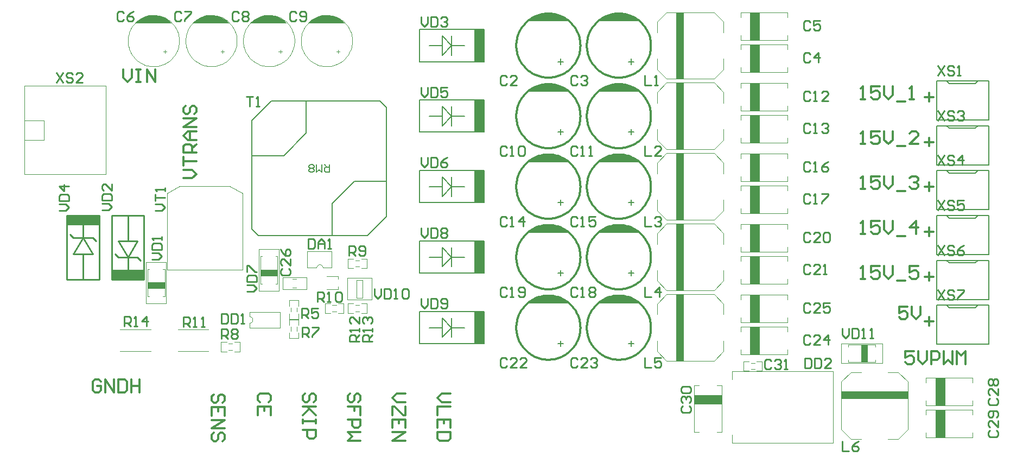
<source format=gto>
G04*
G04 #@! TF.GenerationSoftware,Altium Limited,Altium Designer,23.4.1 (23)*
G04*
G04 Layer_Color=65535*
%FSLAX44Y44*%
%MOMM*%
G71*
G04*
G04 #@! TF.SameCoordinates,BCE614DE-687F-41C1-B215-CC2C3E098A35*
G04*
G04*
G04 #@! TF.FilePolarity,Positive*
G04*
G01*
G75*
%ADD10C,0.1000*%
%ADD11C,0.3000*%
%ADD12C,0.1500*%
%ADD13C,0.2500*%
%ADD14C,0.2540*%
%ADD15C,0.2000*%
%ADD16R,10.4000X1.3000*%
%ADD17R,1.3000X10.4000*%
%ADD18R,1.5000X5.0000*%
G36*
X1169000Y1244000D02*
X1178000Y1238000D01*
X1114000D01*
X1121000Y1243000D01*
X1132000Y1248000D01*
X1141000Y1250000D01*
X1155000D01*
X1169000Y1244000D01*
D02*
G37*
G36*
X1059000D02*
X1068000Y1238000D01*
X1004000D01*
X1011000Y1243000D01*
X1022000Y1248000D01*
X1031000Y1250000D01*
X1045000D01*
X1059000Y1244000D01*
D02*
G37*
G36*
X702000Y1245500D02*
X713500Y1240000D01*
X718500Y1235000D01*
X661500D01*
X666000Y1239500D01*
X674000Y1244000D01*
X682500Y1247000D01*
X693000Y1247500D01*
X702000Y1245500D01*
D02*
G37*
G36*
X612000D02*
X623500Y1240000D01*
X628500Y1235000D01*
X571500D01*
X576000Y1239500D01*
X584000Y1244000D01*
X592500Y1247000D01*
X603000Y1247500D01*
X612000Y1245500D01*
D02*
G37*
G36*
X522000D02*
X533500Y1240000D01*
X538500Y1235000D01*
X481500D01*
X486000Y1239500D01*
X494000Y1244000D01*
X502500Y1247000D01*
X513000Y1247500D01*
X522000Y1245500D01*
D02*
G37*
G36*
X432000D02*
X443500Y1240000D01*
X448500Y1235000D01*
X391500D01*
X396000Y1239500D01*
X404000Y1244000D01*
X412500Y1247000D01*
X423000Y1247500D01*
X432000Y1245500D01*
D02*
G37*
G36*
X1366000Y1208500D02*
X1351000D01*
Y1251500D01*
X1366000D01*
Y1208500D01*
D02*
G37*
G36*
Y1158500D02*
X1351000D01*
Y1201500D01*
X1366000D01*
Y1158500D01*
D02*
G37*
G36*
X1169000Y1134000D02*
X1178000Y1128000D01*
X1114000D01*
X1121000Y1133000D01*
X1132000Y1138000D01*
X1141000Y1140000D01*
X1155000D01*
X1169000Y1134000D01*
D02*
G37*
G36*
X1059000D02*
X1068000Y1128000D01*
X1004000D01*
X1011000Y1133000D01*
X1022000Y1138000D01*
X1031000Y1140000D01*
X1045000D01*
X1059000Y1134000D01*
D02*
G37*
G36*
X1366000Y1098500D02*
X1351000D01*
Y1141500D01*
X1366000D01*
Y1098500D01*
D02*
G37*
G36*
Y1048500D02*
X1351000D01*
Y1091500D01*
X1366000D01*
Y1048500D01*
D02*
G37*
G36*
X1169000Y1024000D02*
X1178000Y1018000D01*
X1114000D01*
X1121000Y1023000D01*
X1132000Y1028000D01*
X1141000Y1030000D01*
X1155000D01*
X1169000Y1024000D01*
D02*
G37*
G36*
X1059000D02*
X1068000Y1018000D01*
X1004000D01*
X1011000Y1023000D01*
X1022000Y1028000D01*
X1031000Y1030000D01*
X1045000D01*
X1059000Y1024000D01*
D02*
G37*
G36*
X1366000Y988500D02*
X1351000D01*
Y1031500D01*
X1366000D01*
Y988500D01*
D02*
G37*
G36*
Y938500D02*
X1351000D01*
Y981500D01*
X1366000D01*
Y938500D01*
D02*
G37*
G36*
X335002Y919998D02*
X285002D01*
Y934698D01*
X335002D01*
Y919998D01*
D02*
G37*
G36*
X1169000Y914000D02*
X1178000Y908000D01*
X1114000D01*
X1121000Y913000D01*
X1132000Y918000D01*
X1141000Y920000D01*
X1155000D01*
X1169000Y914000D01*
D02*
G37*
G36*
X1059000D02*
X1068000Y908000D01*
X1004000D01*
X1011000Y913000D01*
X1022000Y918000D01*
X1031000Y920000D01*
X1045000D01*
X1059000Y914000D01*
D02*
G37*
G36*
X1366000Y878500D02*
X1351000D01*
Y921500D01*
X1366000D01*
Y878500D01*
D02*
G37*
G36*
X613500Y840500D02*
X586500D01*
Y850500D01*
X613500D01*
Y840500D01*
D02*
G37*
G36*
X404998Y835301D02*
X354998D01*
Y850001D01*
X404998D01*
Y835301D01*
D02*
G37*
G36*
X1366000Y828500D02*
X1351000D01*
Y871500D01*
X1366000D01*
Y828500D01*
D02*
G37*
G36*
X437500Y820500D02*
X410500D01*
Y830500D01*
X437500D01*
Y820500D01*
D02*
G37*
G36*
X1169000Y804000D02*
X1178000Y798000D01*
X1114000D01*
X1121000Y803000D01*
X1132000Y808000D01*
X1141000Y810000D01*
X1155000D01*
X1169000Y804000D01*
D02*
G37*
G36*
X1059000D02*
X1068000Y798000D01*
X1004000D01*
X1011000Y803000D01*
X1022000Y808000D01*
X1031000Y810000D01*
X1045000D01*
X1059000Y804000D01*
D02*
G37*
G36*
X1366000Y768500D02*
X1351000D01*
Y811500D01*
X1366000D01*
Y768500D01*
D02*
G37*
G36*
Y718500D02*
X1351000D01*
Y761500D01*
X1366000D01*
Y718500D01*
D02*
G37*
G36*
X1534500Y706500D02*
X1524500D01*
Y733500D01*
X1534500D01*
Y706500D01*
D02*
G37*
G36*
X1306500Y640000D02*
X1263500D01*
Y655000D01*
X1306500D01*
Y640000D01*
D02*
G37*
G36*
X1655000Y638500D02*
X1640000D01*
Y681500D01*
X1655000D01*
Y638500D01*
D02*
G37*
G36*
Y588500D02*
X1640000D01*
Y631500D01*
X1655000D01*
Y588500D01*
D02*
G37*
D10*
X730000Y1207500D02*
X729919Y1210037D01*
X729678Y1212564D01*
X729277Y1215070D01*
X728718Y1217546D01*
X728003Y1219981D01*
X727135Y1222366D01*
X726117Y1224692D01*
X724954Y1226948D01*
X723650Y1229126D01*
X722211Y1231216D01*
X720642Y1233212D01*
X718949Y1235103D01*
X717140Y1236884D01*
X715222Y1238546D01*
X713202Y1240083D01*
X711089Y1241489D01*
X708891Y1242758D01*
X706617Y1243885D01*
X704276Y1244866D01*
X701877Y1245696D01*
X699430Y1246373D01*
X696946Y1246892D01*
X694434Y1247253D01*
X691903Y1247455D01*
X689365Y1247495D01*
X686830Y1247374D01*
X684307Y1247093D01*
X681808Y1246652D01*
X679341Y1246054D01*
X676917Y1245300D01*
X674546Y1244394D01*
X672237Y1243340D01*
X670000Y1242141D01*
X667843Y1240803D01*
X665776Y1239331D01*
X663806Y1237730D01*
X661941Y1236008D01*
X660189Y1234171D01*
X658558Y1232226D01*
X657053Y1230182D01*
X655681Y1228047D01*
X654447Y1225829D01*
X653356Y1223537D01*
X652412Y1221181D01*
X651620Y1218769D01*
X650983Y1216312D01*
X650502Y1213820D01*
X650181Y1211302D01*
X650020Y1208769D01*
Y1206231D01*
X650181Y1203698D01*
X650502Y1201180D01*
X650983Y1198688D01*
X651620Y1196231D01*
X652412Y1193819D01*
X653356Y1191463D01*
X654447Y1189171D01*
X655681Y1186953D01*
X657053Y1184818D01*
X658558Y1182774D01*
X660189Y1180829D01*
X661941Y1178992D01*
X663806Y1177270D01*
X665776Y1175669D01*
X667843Y1174197D01*
X670000Y1172859D01*
X672237Y1171660D01*
X674546Y1170606D01*
X676917Y1169700D01*
X679341Y1168946D01*
X681808Y1168348D01*
X684307Y1167907D01*
X686830Y1167626D01*
X689365Y1167505D01*
X691903Y1167545D01*
X694434Y1167747D01*
X696946Y1168108D01*
X699430Y1168627D01*
X701877Y1169304D01*
X704275Y1170134D01*
X706617Y1171115D01*
X708891Y1172242D01*
X711089Y1173511D01*
X713202Y1174917D01*
X715222Y1176454D01*
X717140Y1178116D01*
X718949Y1179897D01*
X720642Y1181788D01*
X722211Y1183784D01*
X723650Y1185874D01*
X724954Y1188052D01*
X726117Y1190308D01*
X727135Y1192633D01*
X728003Y1195018D01*
X728718Y1197454D01*
X729277Y1199930D01*
X729678Y1202436D01*
X729919Y1204963D01*
X730000Y1207500D01*
X640000Y1207500D02*
X639919Y1210037D01*
X639678Y1212564D01*
X639277Y1215070D01*
X638718Y1217546D01*
X638003Y1219981D01*
X637135Y1222366D01*
X636117Y1224692D01*
X634954Y1226948D01*
X633650Y1229126D01*
X632211Y1231216D01*
X630642Y1233212D01*
X628949Y1235103D01*
X627140Y1236884D01*
X625222Y1238546D01*
X623202Y1240083D01*
X621089Y1241489D01*
X618891Y1242758D01*
X616617Y1243885D01*
X614276Y1244866D01*
X611877Y1245696D01*
X609430Y1246373D01*
X606946Y1246892D01*
X604434Y1247253D01*
X601903Y1247455D01*
X599365Y1247495D01*
X596830Y1247374D01*
X594307Y1247093D01*
X591808Y1246652D01*
X589341Y1246054D01*
X586917Y1245300D01*
X584546Y1244394D01*
X582237Y1243340D01*
X580000Y1242141D01*
X577843Y1240803D01*
X575776Y1239331D01*
X573806Y1237730D01*
X571941Y1236008D01*
X570189Y1234171D01*
X568558Y1232226D01*
X567053Y1230182D01*
X565681Y1228047D01*
X564447Y1225829D01*
X563356Y1223537D01*
X562412Y1221181D01*
X561620Y1218769D01*
X560983Y1216312D01*
X560502Y1213820D01*
X560181Y1211302D01*
X560020Y1208769D01*
Y1206231D01*
X560181Y1203698D01*
X560502Y1201180D01*
X560983Y1198688D01*
X561620Y1196231D01*
X562412Y1193819D01*
X563356Y1191463D01*
X564447Y1189171D01*
X565681Y1186953D01*
X567053Y1184818D01*
X568558Y1182774D01*
X570189Y1180829D01*
X571941Y1178992D01*
X573806Y1177270D01*
X575776Y1175669D01*
X577843Y1174197D01*
X580000Y1172859D01*
X582237Y1171660D01*
X584546Y1170606D01*
X586917Y1169700D01*
X589341Y1168946D01*
X591808Y1168348D01*
X594307Y1167907D01*
X596830Y1167626D01*
X599365Y1167505D01*
X601903Y1167545D01*
X604434Y1167747D01*
X606946Y1168108D01*
X609430Y1168627D01*
X611877Y1169304D01*
X614275Y1170134D01*
X616617Y1171115D01*
X618891Y1172242D01*
X621089Y1173511D01*
X623202Y1174917D01*
X625222Y1176454D01*
X627140Y1178116D01*
X628949Y1179897D01*
X630642Y1181788D01*
X632211Y1183784D01*
X633650Y1185874D01*
X634954Y1188052D01*
X636117Y1190308D01*
X637135Y1192633D01*
X638003Y1195018D01*
X638718Y1197454D01*
X639277Y1199930D01*
X639678Y1202436D01*
X639919Y1204963D01*
X640000Y1207500D01*
X550000Y1207500D02*
X549919Y1210037D01*
X549678Y1212564D01*
X549277Y1215070D01*
X548718Y1217546D01*
X548003Y1219981D01*
X547135Y1222366D01*
X546117Y1224692D01*
X544954Y1226948D01*
X543650Y1229126D01*
X542211Y1231216D01*
X540642Y1233212D01*
X538949Y1235103D01*
X537140Y1236884D01*
X535222Y1238546D01*
X533202Y1240083D01*
X531089Y1241489D01*
X528891Y1242758D01*
X526617Y1243885D01*
X524276Y1244866D01*
X521877Y1245696D01*
X519430Y1246373D01*
X516946Y1246892D01*
X514434Y1247253D01*
X511903Y1247455D01*
X509365Y1247495D01*
X506830Y1247374D01*
X504307Y1247093D01*
X501808Y1246652D01*
X499341Y1246054D01*
X496917Y1245300D01*
X494546Y1244394D01*
X492237Y1243340D01*
X490000Y1242141D01*
X487843Y1240803D01*
X485776Y1239331D01*
X483806Y1237730D01*
X481941Y1236008D01*
X480189Y1234171D01*
X478558Y1232226D01*
X477053Y1230182D01*
X475681Y1228047D01*
X474447Y1225829D01*
X473356Y1223537D01*
X472412Y1221181D01*
X471620Y1218769D01*
X470983Y1216312D01*
X470502Y1213820D01*
X470181Y1211302D01*
X470020Y1208769D01*
Y1206231D01*
X470181Y1203698D01*
X470502Y1201180D01*
X470983Y1198688D01*
X471620Y1196231D01*
X472412Y1193819D01*
X473356Y1191463D01*
X474447Y1189171D01*
X475681Y1186953D01*
X477053Y1184818D01*
X478558Y1182774D01*
X480189Y1180829D01*
X481941Y1178992D01*
X483806Y1177270D01*
X485776Y1175669D01*
X487843Y1174197D01*
X490000Y1172859D01*
X492237Y1171660D01*
X494546Y1170606D01*
X496917Y1169700D01*
X499341Y1168946D01*
X501808Y1168348D01*
X504307Y1167907D01*
X506830Y1167626D01*
X509365Y1167505D01*
X511903Y1167545D01*
X514434Y1167747D01*
X516946Y1168108D01*
X519430Y1168627D01*
X521877Y1169304D01*
X524275Y1170134D01*
X526617Y1171115D01*
X528891Y1172242D01*
X531089Y1173511D01*
X533202Y1174917D01*
X535222Y1176454D01*
X537140Y1178116D01*
X538949Y1179897D01*
X540642Y1181788D01*
X542211Y1183784D01*
X543650Y1185874D01*
X544954Y1188052D01*
X546117Y1190308D01*
X547135Y1192633D01*
X548003Y1195018D01*
X548718Y1197454D01*
X549277Y1199930D01*
X549678Y1202436D01*
X549919Y1204963D01*
X550000Y1207500D01*
X460000Y1207500D02*
X459920Y1210037D01*
X459678Y1212564D01*
X459277Y1215070D01*
X458718Y1217546D01*
X458003Y1219981D01*
X457135Y1222366D01*
X456117Y1224692D01*
X454954Y1226948D01*
X453650Y1229126D01*
X452211Y1231216D01*
X450642Y1233212D01*
X448949Y1235103D01*
X447140Y1236884D01*
X445222Y1238546D01*
X443202Y1240083D01*
X441089Y1241489D01*
X438891Y1242758D01*
X436617Y1243885D01*
X434276Y1244866D01*
X431877Y1245696D01*
X429430Y1246373D01*
X426946Y1246892D01*
X424434Y1247253D01*
X421903Y1247455D01*
X419365Y1247495D01*
X416830Y1247374D01*
X414307Y1247093D01*
X411808Y1246652D01*
X409341Y1246054D01*
X406917Y1245300D01*
X404546Y1244394D01*
X402237Y1243340D01*
X400000Y1242141D01*
X397843Y1240803D01*
X395776Y1239331D01*
X393806Y1237730D01*
X391941Y1236008D01*
X390189Y1234171D01*
X388558Y1232226D01*
X387053Y1230182D01*
X385681Y1228047D01*
X384447Y1225829D01*
X383356Y1223537D01*
X382412Y1221181D01*
X381620Y1218769D01*
X380983Y1216312D01*
X380502Y1213820D01*
X380181Y1211302D01*
X380020Y1208769D01*
Y1206231D01*
X380181Y1203698D01*
X380502Y1201180D01*
X380983Y1198688D01*
X381620Y1196231D01*
X382412Y1193819D01*
X383356Y1191463D01*
X384447Y1189171D01*
X385681Y1186953D01*
X387053Y1184818D01*
X388558Y1182774D01*
X390189Y1180829D01*
X391941Y1178992D01*
X393806Y1177270D01*
X395776Y1175669D01*
X397843Y1174197D01*
X400000Y1172859D01*
X402237Y1171660D01*
X404546Y1170606D01*
X406917Y1169700D01*
X409341Y1168946D01*
X411808Y1168348D01*
X414308Y1167907D01*
X416830Y1167626D01*
X419365Y1167505D01*
X421903Y1167545D01*
X424434Y1167747D01*
X426946Y1168108D01*
X429430Y1168627D01*
X431877Y1169304D01*
X434275Y1170134D01*
X436617Y1171115D01*
X438891Y1172242D01*
X441089Y1173511D01*
X443202Y1174917D01*
X445222Y1176454D01*
X447140Y1178116D01*
X448949Y1179897D01*
X450642Y1181788D01*
X452211Y1183784D01*
X453650Y1185874D01*
X454954Y1188052D01*
X456117Y1190308D01*
X457135Y1192633D01*
X458003Y1195018D01*
X458718Y1197454D01*
X459277Y1199930D01*
X459678Y1202436D01*
X459920Y1204963D01*
X460000Y1207500D01*
X684240Y853650D02*
X683559Y856190D01*
X681700Y858049D01*
X679160Y858730D01*
X676620Y858049D01*
X674761Y856190D01*
X674080Y853650D01*
X569600Y767120D02*
X572100Y767790D01*
X573930Y769620D01*
X574600Y772120D01*
X573930Y774620D01*
X572100Y776450D01*
X569600Y777120D01*
X441000Y970000D02*
X461000Y981000D01*
X539000D02*
X559000Y970000D01*
X441000Y850000D02*
Y970000D01*
X559000Y850000D02*
Y970000D01*
X441000Y850000D02*
X559000D01*
X461000Y981000D02*
X539000D01*
X219000Y1083000D02*
X249000D01*
X219000Y1053000D02*
X249000D01*
Y1083000D01*
X346000Y999000D02*
Y1137000D01*
X219000Y999000D02*
Y1137000D01*
X346000D01*
X219000Y999000D02*
X346000D01*
X410500Y851500D02*
X413500D01*
X434500D02*
X437500D01*
X410500Y808500D02*
X413500D01*
X434500D02*
X437500D01*
X410500D02*
Y851500D01*
X437500Y808500D02*
Y851500D01*
X408500Y797500D02*
Y862500D01*
Y797500D02*
X439500D01*
Y862500D01*
X408500D02*
X439500D01*
X660010Y879050D02*
X698110D01*
X684240Y853650D02*
X698110D01*
Y879050D01*
X660010Y853650D02*
X674080D01*
X660010D02*
Y879050D01*
X735000Y865000D02*
X741000D01*
X735000Y855000D02*
X741000D01*
X752500Y852500D02*
Y867500D01*
X723500Y852500D02*
Y867500D01*
Y852500D02*
X732000D01*
X744000D02*
X752500D01*
X744000Y867500D02*
X752500D01*
X723500D02*
X732000D01*
X736400Y806500D02*
X746400D01*
X736400Y834500D02*
X746400D01*
X736400Y806500D02*
Y834500D01*
X746400Y806500D02*
Y834500D01*
X722500Y803500D02*
Y837500D01*
Y803500D02*
X760500D01*
Y837500D01*
X722500D02*
X760500D01*
X690000Y820000D02*
X708000D01*
Y824000D01*
Y836000D02*
Y840000D01*
X690000D02*
X708000D01*
X621500Y838500D02*
X658500D01*
X621500Y819500D02*
X658500D01*
Y838500D01*
X621500Y819500D02*
Y838500D01*
X637000Y822000D02*
X643000D01*
X637000Y836000D02*
X643000D01*
X586500Y871500D02*
X589500D01*
X610500D02*
X613500D01*
X586500Y828500D02*
X589500D01*
X610500D02*
X613500D01*
X586500D02*
Y871500D01*
X613500Y828500D02*
Y871500D01*
X584500Y817500D02*
Y882500D01*
Y817500D02*
X615500D01*
Y882500D01*
X584500D02*
X615500D01*
X1263500Y670000D02*
X1271000D01*
X1299000D02*
X1306500D01*
X1263500Y597000D02*
X1271000D01*
X1299000D02*
X1306500D01*
X1263500D02*
Y670000D01*
X1306500Y597000D02*
Y670000D01*
X1340500Y707500D02*
X1349000D01*
X1361000D02*
X1369500D01*
X1361000Y692500D02*
X1369500D01*
X1340500D02*
X1349000D01*
X1369500D02*
Y707500D01*
X1340500Y692500D02*
Y707500D01*
X1352000Y695000D02*
X1358000D01*
X1352000Y705000D02*
X1358000D01*
X1323000Y686000D02*
Y692000D01*
X1480000D01*
X1323000Y580000D02*
Y586000D01*
Y580000D02*
X1480000D01*
Y692000D01*
X1323000Y586000D02*
Y593000D01*
Y679000D02*
Y686000D01*
X1625000Y638500D02*
Y646000D01*
Y674000D02*
Y681500D01*
X1698000Y638500D02*
Y646000D01*
Y674000D02*
Y681500D01*
X1625000Y638500D02*
X1698000D01*
X1625000Y681500D02*
X1698000D01*
X1625000Y588500D02*
Y596000D01*
Y624000D02*
Y631500D01*
X1698000Y588500D02*
Y596000D01*
Y624000D02*
Y631500D01*
X1625000Y588500D02*
X1698000D01*
X1625000Y631500D02*
X1698000D01*
X1582000Y690500D02*
X1597000Y675500D01*
X1493000D02*
X1508000Y690500D01*
X1493000Y601500D02*
X1508000Y586500D01*
X1493000Y601500D02*
Y675500D01*
X1582000Y586500D02*
X1597000Y601500D01*
Y675500D01*
X1508000Y690500D02*
X1524500D01*
X1565500D02*
X1582000D01*
X1508000Y586500D02*
X1524500D01*
X1565500D02*
X1582000D01*
X1336000Y718500D02*
Y726000D01*
Y754000D02*
Y761500D01*
X1409000Y718500D02*
Y726000D01*
Y754000D02*
Y761500D01*
X1336000Y718500D02*
X1409000D01*
X1336000Y761500D02*
X1409000D01*
X1336000Y768500D02*
Y776000D01*
Y804000D02*
Y811500D01*
X1409000Y768500D02*
Y776000D01*
Y804000D02*
Y811500D01*
X1336000Y768500D02*
X1409000D01*
X1336000Y811500D02*
X1409000D01*
X1336000Y828500D02*
Y836000D01*
Y864000D02*
Y871500D01*
X1409000Y828500D02*
Y836000D01*
Y864000D02*
Y871500D01*
X1336000Y828500D02*
X1409000D01*
X1336000Y871500D02*
X1409000D01*
X1336000Y878500D02*
Y886000D01*
Y914000D02*
Y921500D01*
X1409000Y878500D02*
Y886000D01*
Y914000D02*
Y921500D01*
X1336000Y878500D02*
X1409000D01*
X1336000Y921500D02*
X1409000D01*
X1336000Y938500D02*
Y946000D01*
Y974000D02*
Y981500D01*
X1409000Y938500D02*
Y946000D01*
Y974000D02*
Y981500D01*
X1336000Y938500D02*
X1409000D01*
X1336000Y981500D02*
X1409000D01*
X1336000Y988500D02*
Y996000D01*
Y1024000D02*
Y1031500D01*
X1409000Y988500D02*
Y996000D01*
Y1024000D02*
Y1031500D01*
X1336000Y988500D02*
X1409000D01*
X1336000Y1031500D02*
X1409000D01*
X1336000Y1048500D02*
Y1056000D01*
Y1084000D02*
Y1091500D01*
X1409000Y1048500D02*
Y1056000D01*
Y1084000D02*
Y1091500D01*
X1336000Y1048500D02*
X1409000D01*
X1336000Y1091500D02*
X1409000D01*
X1336000Y1098500D02*
Y1106000D01*
Y1134000D02*
Y1141500D01*
X1409000Y1098500D02*
Y1106000D01*
Y1134000D02*
Y1141500D01*
X1336000Y1098500D02*
X1409000D01*
X1336000Y1141500D02*
X1409000D01*
X1336000Y1158500D02*
Y1166000D01*
Y1194000D02*
Y1201500D01*
X1409000Y1158500D02*
Y1166000D01*
Y1194000D02*
Y1201500D01*
X1336000Y1158500D02*
X1409000D01*
X1336000Y1201500D02*
X1409000D01*
X1336000Y1208500D02*
Y1216000D01*
Y1244000D02*
Y1251500D01*
X1409000Y1208500D02*
Y1216000D01*
Y1244000D02*
Y1251500D01*
X1336000Y1208500D02*
X1409000D01*
X1336000Y1251500D02*
X1409000D01*
X1205500Y797000D02*
X1220500Y812000D01*
X1205500Y723000D02*
X1220500Y708000D01*
X1294500D02*
X1309500Y723000D01*
X1220500Y708000D02*
X1294500D01*
Y812000D02*
X1309500Y797000D01*
X1220500Y812000D02*
X1294500D01*
X1205500Y723000D02*
Y739500D01*
Y780500D02*
Y797000D01*
X1309500Y723000D02*
Y739500D01*
Y780500D02*
Y797000D01*
X1205500Y907000D02*
X1220500Y922000D01*
X1205500Y833000D02*
X1220500Y818000D01*
X1294500D02*
X1309500Y833000D01*
X1220500Y818000D02*
X1294500D01*
Y922000D02*
X1309500Y907000D01*
X1220500Y922000D02*
X1294500D01*
X1205500Y833000D02*
Y849500D01*
Y890500D02*
Y907000D01*
X1309500Y833000D02*
Y849500D01*
Y890500D02*
Y907000D01*
X1205500Y1017000D02*
X1220500Y1032000D01*
X1205500Y943000D02*
X1220500Y928000D01*
X1294500D02*
X1309500Y943000D01*
X1220500Y928000D02*
X1294500D01*
Y1032000D02*
X1309500Y1017000D01*
X1220500Y1032000D02*
X1294500D01*
X1205500Y943000D02*
Y959500D01*
Y1000500D02*
Y1017000D01*
X1309500Y943000D02*
Y959500D01*
Y1000500D02*
Y1017000D01*
X1205500Y1127000D02*
X1220500Y1142000D01*
X1205500Y1053000D02*
X1220500Y1038000D01*
X1294500D02*
X1309500Y1053000D01*
X1220500Y1038000D02*
X1294500D01*
Y1142000D02*
X1309500Y1127000D01*
X1220500Y1142000D02*
X1294500D01*
X1205500Y1053000D02*
Y1069500D01*
Y1110500D02*
Y1127000D01*
X1309500Y1053000D02*
Y1069500D01*
Y1110500D02*
Y1127000D01*
X1205500Y1237000D02*
X1220500Y1252000D01*
X1205500Y1163000D02*
X1220500Y1148000D01*
X1294500D02*
X1309500Y1163000D01*
X1220500Y1148000D02*
X1294500D01*
Y1252000D02*
X1309500Y1237000D01*
X1220500Y1252000D02*
X1294500D01*
X1205500Y1163000D02*
Y1179500D01*
Y1220500D02*
Y1237000D01*
X1309500Y1163000D02*
Y1179500D01*
Y1220500D02*
Y1237000D01*
X735000Y795000D02*
X741000D01*
X735000Y785000D02*
X741000D01*
X752500Y782500D02*
Y797500D01*
X723500Y782500D02*
Y797500D01*
Y782500D02*
X732000D01*
X744000D02*
X752500D01*
X744000Y797500D02*
X752500D01*
X723500D02*
X732000D01*
X699000Y785000D02*
X705000D01*
X699000Y795000D02*
X705000D01*
X687500Y782500D02*
Y797500D01*
X716500Y782500D02*
Y797500D01*
X708000D02*
X716500D01*
X687500D02*
X696000D01*
X687500Y782500D02*
X696000D01*
X708000D02*
X716500D01*
X634000Y785000D02*
Y791000D01*
X644000Y785000D02*
Y791000D01*
X631500Y802500D02*
X646500D01*
X631500Y773500D02*
X646500D01*
Y782000D01*
Y794000D02*
Y802500D01*
X631500Y794000D02*
Y802500D01*
Y773500D02*
Y782000D01*
X634000Y755000D02*
Y761000D01*
X644000Y755000D02*
Y761000D01*
X631500Y772500D02*
X646500D01*
X631500Y743500D02*
X646500D01*
Y752000D01*
Y764000D02*
Y772500D01*
X631500Y764000D02*
Y772500D01*
Y743500D02*
Y752000D01*
X569600Y759520D02*
Y762420D01*
Y781620D02*
Y784520D01*
Y759520D02*
X617600D01*
X569600Y784520D02*
X617600D01*
Y759520D02*
Y784520D01*
X569600Y777120D02*
Y781620D01*
Y762420D02*
Y767120D01*
X537000Y725000D02*
X543000D01*
X537000Y735000D02*
X543000D01*
X525500Y722500D02*
Y737500D01*
X554500Y722500D02*
Y737500D01*
X546000D02*
X554500D01*
X525500D02*
X534000D01*
X525500Y722500D02*
X534000D01*
X546000D02*
X554500D01*
X458000Y757000D02*
X506000D01*
X458000Y723000D02*
X506000D01*
X368000Y757000D02*
X416000D01*
X368000Y723000D02*
X416000D01*
X1492500Y704500D02*
Y735500D01*
X1557500D01*
Y704500D02*
Y735500D01*
X1492500Y704500D02*
X1557500D01*
X1503500Y733500D02*
X1546500D01*
X1503500Y706500D02*
X1546500D01*
Y730500D02*
Y733500D01*
Y706500D02*
Y709500D01*
X1503500Y730500D02*
Y733500D01*
Y706500D02*
Y709500D01*
X705144Y1190678D02*
X710500D01*
X707822Y1188000D02*
Y1193356D01*
X615144Y1190678D02*
X620500D01*
X617822Y1188000D02*
Y1193356D01*
X525144Y1190678D02*
X530500D01*
X527822Y1188000D02*
Y1193356D01*
X435144Y1190678D02*
X440500D01*
X437822Y1188000D02*
Y1193356D01*
D11*
X1196002Y759999D02*
X1195938Y762532D01*
X1195746Y765058D01*
X1195425Y767571D01*
X1194979Y770064D01*
X1194406Y772532D01*
X1193709Y774968D01*
X1192890Y777365D01*
X1191950Y779717D01*
X1190892Y782020D01*
X1189719Y784265D01*
X1188434Y786448D01*
X1187040Y788563D01*
X1185541Y790605D01*
X1183940Y792569D01*
X1182241Y794448D01*
X1180450Y796240D01*
X1178570Y797938D01*
X1176607Y799539D01*
X1174565Y801039D01*
X1172450Y802432D01*
X1170266Y803718D01*
X1168021Y804891D01*
X1165719Y805948D01*
X1163366Y806888D01*
X1160969Y807707D01*
X1158534Y808404D01*
X1156066Y808977D01*
X1153572Y809424D01*
X1151059Y809744D01*
X1148533Y809936D01*
X1146001Y810001D01*
X1143468Y809936D01*
X1140942Y809744D01*
X1138429Y809424D01*
X1135936Y808977D01*
X1133468Y808404D01*
X1131032Y807707D01*
X1128635Y806888D01*
X1126282Y805948D01*
X1123980Y804891D01*
X1121735Y803718D01*
X1119552Y802432D01*
X1117437Y801038D01*
X1115395Y799539D01*
X1113431Y797938D01*
X1111552Y796240D01*
X1109760Y794448D01*
X1108062Y792569D01*
X1106461Y790605D01*
X1104961Y788563D01*
X1103567Y786448D01*
X1102282Y784265D01*
X1101109Y782019D01*
X1100052Y779717D01*
X1099112Y777365D01*
X1098292Y774968D01*
X1097596Y772532D01*
X1097023Y770064D01*
X1096576Y767571D01*
X1096256Y765058D01*
X1096064Y762532D01*
X1096000Y759999D01*
X1096064Y757467D01*
X1096256Y754941D01*
X1096576Y752428D01*
X1097023Y749934D01*
X1097596Y747466D01*
X1098293Y745031D01*
X1099112Y742633D01*
X1100052Y740281D01*
X1101109Y737979D01*
X1102282Y735733D01*
X1103568Y733550D01*
X1104962Y731435D01*
X1106461Y729393D01*
X1108062Y727430D01*
X1109760Y725550D01*
X1111552Y723758D01*
X1113431Y722060D01*
X1115395Y720459D01*
X1117437Y718960D01*
X1119552Y717566D01*
X1121735Y716281D01*
X1123981Y715108D01*
X1126283Y714050D01*
X1128635Y713110D01*
X1131032Y712291D01*
X1133468Y711594D01*
X1135936Y711021D01*
X1138429Y710574D01*
X1140942Y710254D01*
X1143468Y710062D01*
X1146001Y709998D01*
X1148533Y710062D01*
X1151059Y710254D01*
X1153572Y710574D01*
X1156066Y711021D01*
X1158534Y711594D01*
X1160969Y712291D01*
X1163367Y713110D01*
X1165719Y714050D01*
X1168021Y715108D01*
X1170267Y716281D01*
X1172450Y717566D01*
X1174565Y718960D01*
X1176607Y720460D01*
X1178570Y722060D01*
X1180450Y723759D01*
X1182242Y725550D01*
X1183940Y727430D01*
X1185541Y729393D01*
X1187040Y731435D01*
X1188434Y733550D01*
X1189719Y735734D01*
X1190892Y737979D01*
X1191950Y740281D01*
X1192890Y742634D01*
X1193709Y745031D01*
X1194406Y747467D01*
X1194979Y749934D01*
X1195425Y752428D01*
X1195746Y754941D01*
X1195938Y757467D01*
X1196002Y759999D01*
X1086002D02*
X1085938Y762532D01*
X1085746Y765058D01*
X1085425Y767571D01*
X1084979Y770064D01*
X1084406Y772532D01*
X1083709Y774968D01*
X1082890Y777365D01*
X1081950Y779717D01*
X1080892Y782020D01*
X1079719Y784265D01*
X1078434Y786448D01*
X1077040Y788563D01*
X1075541Y790605D01*
X1073940Y792569D01*
X1072241Y794448D01*
X1070450Y796240D01*
X1068570Y797938D01*
X1066607Y799539D01*
X1064565Y801039D01*
X1062450Y802432D01*
X1060266Y803718D01*
X1058021Y804891D01*
X1055719Y805948D01*
X1053366Y806888D01*
X1050969Y807707D01*
X1048534Y808404D01*
X1046066Y808977D01*
X1043572Y809424D01*
X1041059Y809744D01*
X1038533Y809936D01*
X1036001Y810001D01*
X1033468Y809936D01*
X1030942Y809744D01*
X1028429Y809424D01*
X1025936Y808977D01*
X1023468Y808404D01*
X1021032Y807707D01*
X1018635Y806888D01*
X1016282Y805948D01*
X1013980Y804891D01*
X1011735Y803718D01*
X1009552Y802432D01*
X1007437Y801038D01*
X1005395Y799539D01*
X1003431Y797938D01*
X1001552Y796240D01*
X999760Y794448D01*
X998062Y792569D01*
X996461Y790605D01*
X994961Y788563D01*
X993567Y786448D01*
X992282Y784265D01*
X991109Y782019D01*
X990052Y779717D01*
X989112Y777365D01*
X988293Y774968D01*
X987596Y772532D01*
X987023Y770064D01*
X986576Y767571D01*
X986256Y765058D01*
X986064Y762532D01*
X986000Y759999D01*
X986064Y757467D01*
X986256Y754941D01*
X986576Y752428D01*
X987023Y749934D01*
X987596Y747466D01*
X988293Y745031D01*
X989112Y742633D01*
X990052Y740281D01*
X991109Y737979D01*
X992282Y735733D01*
X993568Y733550D01*
X994962Y731435D01*
X996461Y729393D01*
X998062Y727430D01*
X999760Y725550D01*
X1001552Y723758D01*
X1003431Y722060D01*
X1005395Y720459D01*
X1007437Y718960D01*
X1009552Y717566D01*
X1011735Y716281D01*
X1013981Y715108D01*
X1016283Y714050D01*
X1018635Y713110D01*
X1021032Y712291D01*
X1023468Y711594D01*
X1025936Y711021D01*
X1028429Y710574D01*
X1030942Y710254D01*
X1033468Y710062D01*
X1036001Y709998D01*
X1038533Y710062D01*
X1041059Y710254D01*
X1043573Y710574D01*
X1046066Y711021D01*
X1048534Y711594D01*
X1050969Y712291D01*
X1053367Y713110D01*
X1055719Y714050D01*
X1058021Y715108D01*
X1060267Y716281D01*
X1062450Y717566D01*
X1064565Y718960D01*
X1066607Y720460D01*
X1068570Y722060D01*
X1070450Y723759D01*
X1072242Y725550D01*
X1073940Y727430D01*
X1075541Y729393D01*
X1077040Y731435D01*
X1078434Y733550D01*
X1079719Y735734D01*
X1080892Y737979D01*
X1081950Y740281D01*
X1082890Y742634D01*
X1083709Y745031D01*
X1084406Y747467D01*
X1084979Y749934D01*
X1085426Y752428D01*
X1085746Y754941D01*
X1085938Y757467D01*
X1086002Y759999D01*
X1196002Y869999D02*
X1195938Y872532D01*
X1195746Y875058D01*
X1195425Y877571D01*
X1194979Y880064D01*
X1194406Y882532D01*
X1193709Y884968D01*
X1192890Y887365D01*
X1191950Y889717D01*
X1190892Y892020D01*
X1189719Y894265D01*
X1188434Y896448D01*
X1187040Y898563D01*
X1185541Y900605D01*
X1183940Y902569D01*
X1182241Y904448D01*
X1180450Y906240D01*
X1178570Y907938D01*
X1176607Y909539D01*
X1174565Y911039D01*
X1172450Y912432D01*
X1170266Y913718D01*
X1168021Y914891D01*
X1165719Y915948D01*
X1163366Y916888D01*
X1160969Y917707D01*
X1158534Y918404D01*
X1156066Y918977D01*
X1153572Y919424D01*
X1151059Y919744D01*
X1148533Y919936D01*
X1146001Y920001D01*
X1143468Y919936D01*
X1140942Y919744D01*
X1138429Y919424D01*
X1135936Y918977D01*
X1133468Y918404D01*
X1131032Y917707D01*
X1128635Y916888D01*
X1126282Y915948D01*
X1123980Y914891D01*
X1121735Y913718D01*
X1119552Y912432D01*
X1117437Y911038D01*
X1115395Y909539D01*
X1113431Y907938D01*
X1111552Y906240D01*
X1109760Y904448D01*
X1108062Y902569D01*
X1106461Y900605D01*
X1104961Y898563D01*
X1103567Y896448D01*
X1102282Y894265D01*
X1101109Y892019D01*
X1100052Y889717D01*
X1099112Y887365D01*
X1098292Y884968D01*
X1097596Y882532D01*
X1097023Y880064D01*
X1096576Y877571D01*
X1096256Y875058D01*
X1096064Y872532D01*
X1096000Y869999D01*
X1096064Y867467D01*
X1096256Y864941D01*
X1096576Y862428D01*
X1097023Y859934D01*
X1097596Y857466D01*
X1098293Y855031D01*
X1099112Y852633D01*
X1100052Y850281D01*
X1101109Y847979D01*
X1102282Y845733D01*
X1103568Y843550D01*
X1104962Y841435D01*
X1106461Y839393D01*
X1108062Y837430D01*
X1109760Y835550D01*
X1111552Y833758D01*
X1113431Y832060D01*
X1115395Y830459D01*
X1117437Y828960D01*
X1119552Y827566D01*
X1121735Y826281D01*
X1123981Y825108D01*
X1126283Y824050D01*
X1128635Y823110D01*
X1131032Y822291D01*
X1133468Y821594D01*
X1135936Y821021D01*
X1138429Y820574D01*
X1140942Y820254D01*
X1143468Y820062D01*
X1146001Y819998D01*
X1148533Y820062D01*
X1151059Y820254D01*
X1153572Y820574D01*
X1156066Y821021D01*
X1158534Y821594D01*
X1160969Y822291D01*
X1163367Y823110D01*
X1165719Y824050D01*
X1168021Y825108D01*
X1170267Y826281D01*
X1172450Y827566D01*
X1174565Y828960D01*
X1176607Y830460D01*
X1178570Y832060D01*
X1180450Y833759D01*
X1182242Y835550D01*
X1183940Y837430D01*
X1185541Y839393D01*
X1187040Y841435D01*
X1188434Y843550D01*
X1189719Y845734D01*
X1190892Y847979D01*
X1191950Y850281D01*
X1192890Y852634D01*
X1193709Y855031D01*
X1194406Y857467D01*
X1194979Y859934D01*
X1195425Y862428D01*
X1195746Y864941D01*
X1195938Y867467D01*
X1196002Y869999D01*
X1086002D02*
X1085938Y872532D01*
X1085746Y875058D01*
X1085425Y877571D01*
X1084979Y880064D01*
X1084406Y882532D01*
X1083709Y884968D01*
X1082890Y887365D01*
X1081950Y889717D01*
X1080892Y892020D01*
X1079719Y894265D01*
X1078434Y896448D01*
X1077040Y898563D01*
X1075541Y900605D01*
X1073940Y902569D01*
X1072241Y904448D01*
X1070450Y906240D01*
X1068570Y907938D01*
X1066607Y909539D01*
X1064565Y911039D01*
X1062450Y912432D01*
X1060266Y913718D01*
X1058021Y914891D01*
X1055719Y915948D01*
X1053366Y916888D01*
X1050969Y917707D01*
X1048534Y918404D01*
X1046066Y918977D01*
X1043572Y919424D01*
X1041059Y919744D01*
X1038533Y919936D01*
X1036001Y920001D01*
X1033468Y919936D01*
X1030942Y919744D01*
X1028429Y919424D01*
X1025936Y918977D01*
X1023468Y918404D01*
X1021032Y917707D01*
X1018635Y916888D01*
X1016282Y915948D01*
X1013980Y914891D01*
X1011735Y913718D01*
X1009552Y912432D01*
X1007437Y911038D01*
X1005395Y909539D01*
X1003431Y907938D01*
X1001552Y906240D01*
X999760Y904448D01*
X998062Y902569D01*
X996461Y900605D01*
X994961Y898563D01*
X993567Y896448D01*
X992282Y894265D01*
X991109Y892019D01*
X990052Y889717D01*
X989112Y887365D01*
X988293Y884968D01*
X987596Y882532D01*
X987023Y880064D01*
X986576Y877571D01*
X986256Y875058D01*
X986064Y872532D01*
X986000Y869999D01*
X986064Y867467D01*
X986256Y864941D01*
X986576Y862428D01*
X987023Y859934D01*
X987596Y857466D01*
X988293Y855031D01*
X989112Y852633D01*
X990052Y850281D01*
X991109Y847979D01*
X992282Y845733D01*
X993568Y843550D01*
X994962Y841435D01*
X996461Y839393D01*
X998062Y837430D01*
X999760Y835550D01*
X1001552Y833758D01*
X1003431Y832060D01*
X1005395Y830459D01*
X1007437Y828960D01*
X1009552Y827566D01*
X1011735Y826281D01*
X1013981Y825108D01*
X1016283Y824050D01*
X1018635Y823110D01*
X1021032Y822291D01*
X1023468Y821594D01*
X1025936Y821021D01*
X1028429Y820574D01*
X1030942Y820254D01*
X1033468Y820062D01*
X1036001Y819998D01*
X1038533Y820062D01*
X1041059Y820254D01*
X1043573Y820574D01*
X1046066Y821021D01*
X1048534Y821594D01*
X1050969Y822291D01*
X1053367Y823110D01*
X1055719Y824050D01*
X1058021Y825108D01*
X1060267Y826281D01*
X1062450Y827566D01*
X1064565Y828960D01*
X1066607Y830460D01*
X1068570Y832060D01*
X1070450Y833759D01*
X1072242Y835550D01*
X1073940Y837430D01*
X1075541Y839393D01*
X1077040Y841435D01*
X1078434Y843550D01*
X1079719Y845734D01*
X1080892Y847979D01*
X1081950Y850281D01*
X1082890Y852634D01*
X1083709Y855031D01*
X1084406Y857467D01*
X1084979Y859934D01*
X1085426Y862428D01*
X1085746Y864941D01*
X1085938Y867467D01*
X1086002Y869999D01*
X1196002Y979999D02*
X1195938Y982532D01*
X1195746Y985058D01*
X1195425Y987571D01*
X1194979Y990064D01*
X1194406Y992532D01*
X1193709Y994968D01*
X1192890Y997365D01*
X1191950Y999717D01*
X1190892Y1002020D01*
X1189719Y1004265D01*
X1188434Y1006448D01*
X1187040Y1008563D01*
X1185541Y1010605D01*
X1183940Y1012569D01*
X1182241Y1014448D01*
X1180450Y1016240D01*
X1178570Y1017938D01*
X1176607Y1019539D01*
X1174565Y1021038D01*
X1172450Y1022432D01*
X1170266Y1023718D01*
X1168021Y1024891D01*
X1165719Y1025948D01*
X1163366Y1026888D01*
X1160969Y1027707D01*
X1158534Y1028404D01*
X1156066Y1028977D01*
X1153572Y1029424D01*
X1151059Y1029744D01*
X1148533Y1029936D01*
X1146001Y1030001D01*
X1143468Y1029936D01*
X1140942Y1029744D01*
X1138429Y1029424D01*
X1135936Y1028977D01*
X1133468Y1028404D01*
X1131032Y1027707D01*
X1128635Y1026888D01*
X1126282Y1025948D01*
X1123980Y1024891D01*
X1121735Y1023718D01*
X1119552Y1022432D01*
X1117437Y1021038D01*
X1115395Y1019539D01*
X1113431Y1017938D01*
X1111552Y1016240D01*
X1109760Y1014448D01*
X1108062Y1012569D01*
X1106461Y1010605D01*
X1104961Y1008563D01*
X1103567Y1006448D01*
X1102282Y1004265D01*
X1101109Y1002019D01*
X1100052Y999717D01*
X1099112Y997365D01*
X1098292Y994968D01*
X1097596Y992532D01*
X1097023Y990064D01*
X1096576Y987571D01*
X1096256Y985058D01*
X1096064Y982532D01*
X1096000Y979999D01*
X1096064Y977467D01*
X1096256Y974940D01*
X1096576Y972428D01*
X1097023Y969934D01*
X1097596Y967466D01*
X1098293Y965031D01*
X1099112Y962633D01*
X1100052Y960281D01*
X1101109Y957979D01*
X1102282Y955733D01*
X1103568Y953550D01*
X1104962Y951435D01*
X1106461Y949393D01*
X1108062Y947430D01*
X1109760Y945550D01*
X1111552Y943758D01*
X1113431Y942060D01*
X1115395Y940459D01*
X1117437Y938960D01*
X1119552Y937566D01*
X1121735Y936281D01*
X1123981Y935108D01*
X1126283Y934050D01*
X1128635Y933110D01*
X1131032Y932291D01*
X1133468Y931594D01*
X1135936Y931021D01*
X1138429Y930574D01*
X1140942Y930254D01*
X1143468Y930062D01*
X1146001Y929998D01*
X1148533Y930062D01*
X1151059Y930254D01*
X1153572Y930574D01*
X1156066Y931021D01*
X1158534Y931594D01*
X1160969Y932291D01*
X1163367Y933110D01*
X1165719Y934050D01*
X1168021Y935108D01*
X1170267Y936281D01*
X1172450Y937566D01*
X1174565Y938960D01*
X1176607Y940460D01*
X1178570Y942060D01*
X1180450Y943759D01*
X1182242Y945550D01*
X1183940Y947430D01*
X1185541Y949393D01*
X1187040Y951435D01*
X1188434Y953550D01*
X1189719Y955734D01*
X1190892Y957979D01*
X1191950Y960281D01*
X1192890Y962634D01*
X1193709Y965031D01*
X1194406Y967466D01*
X1194979Y969934D01*
X1195425Y972428D01*
X1195746Y974941D01*
X1195938Y977467D01*
X1196002Y979999D01*
X1086002D02*
X1085938Y982532D01*
X1085746Y985058D01*
X1085425Y987571D01*
X1084979Y990064D01*
X1084406Y992532D01*
X1083709Y994968D01*
X1082890Y997365D01*
X1081950Y999717D01*
X1080892Y1002020D01*
X1079719Y1004265D01*
X1078434Y1006448D01*
X1077040Y1008563D01*
X1075541Y1010605D01*
X1073940Y1012569D01*
X1072241Y1014448D01*
X1070450Y1016240D01*
X1068570Y1017938D01*
X1066607Y1019539D01*
X1064565Y1021038D01*
X1062450Y1022432D01*
X1060266Y1023718D01*
X1058021Y1024891D01*
X1055719Y1025948D01*
X1053366Y1026888D01*
X1050969Y1027707D01*
X1048534Y1028404D01*
X1046066Y1028977D01*
X1043572Y1029424D01*
X1041059Y1029744D01*
X1038533Y1029936D01*
X1036001Y1030001D01*
X1033468Y1029936D01*
X1030942Y1029744D01*
X1028429Y1029424D01*
X1025936Y1028977D01*
X1023468Y1028404D01*
X1021032Y1027707D01*
X1018635Y1026888D01*
X1016282Y1025948D01*
X1013980Y1024891D01*
X1011735Y1023718D01*
X1009552Y1022432D01*
X1007437Y1021038D01*
X1005395Y1019539D01*
X1003431Y1017938D01*
X1001552Y1016240D01*
X999760Y1014448D01*
X998062Y1012569D01*
X996461Y1010605D01*
X994961Y1008563D01*
X993567Y1006448D01*
X992282Y1004265D01*
X991109Y1002019D01*
X990052Y999717D01*
X989112Y997365D01*
X988293Y994968D01*
X987596Y992532D01*
X987023Y990064D01*
X986576Y987571D01*
X986256Y985058D01*
X986064Y982532D01*
X986000Y979999D01*
X986064Y977467D01*
X986256Y974940D01*
X986576Y972428D01*
X987023Y969934D01*
X987596Y967466D01*
X988293Y965031D01*
X989112Y962633D01*
X990052Y960281D01*
X991109Y957979D01*
X992282Y955733D01*
X993568Y953550D01*
X994962Y951435D01*
X996461Y949393D01*
X998062Y947430D01*
X999760Y945550D01*
X1001552Y943758D01*
X1003431Y942060D01*
X1005395Y940459D01*
X1007437Y938960D01*
X1009552Y937566D01*
X1011735Y936281D01*
X1013981Y935108D01*
X1016283Y934050D01*
X1018635Y933110D01*
X1021032Y932291D01*
X1023468Y931594D01*
X1025936Y931021D01*
X1028429Y930574D01*
X1030942Y930254D01*
X1033468Y930062D01*
X1036001Y929998D01*
X1038533Y930062D01*
X1041059Y930254D01*
X1043573Y930574D01*
X1046066Y931021D01*
X1048534Y931594D01*
X1050969Y932291D01*
X1053367Y933110D01*
X1055719Y934050D01*
X1058021Y935108D01*
X1060267Y936281D01*
X1062450Y937566D01*
X1064565Y938960D01*
X1066607Y940460D01*
X1068570Y942060D01*
X1070450Y943759D01*
X1072242Y945550D01*
X1073940Y947430D01*
X1075541Y949393D01*
X1077040Y951435D01*
X1078434Y953550D01*
X1079719Y955734D01*
X1080892Y957979D01*
X1081950Y960281D01*
X1082890Y962634D01*
X1083709Y965031D01*
X1084406Y967466D01*
X1084979Y969934D01*
X1085426Y972428D01*
X1085746Y974941D01*
X1085938Y977467D01*
X1086002Y979999D01*
X1196002Y1089999D02*
X1195938Y1092532D01*
X1195746Y1095058D01*
X1195425Y1097571D01*
X1194979Y1100064D01*
X1194406Y1102532D01*
X1193709Y1104968D01*
X1192890Y1107365D01*
X1191950Y1109717D01*
X1190892Y1112020D01*
X1189719Y1114265D01*
X1188434Y1116448D01*
X1187040Y1118563D01*
X1185541Y1120605D01*
X1183940Y1122569D01*
X1182241Y1124448D01*
X1180450Y1126240D01*
X1178570Y1127938D01*
X1176607Y1129539D01*
X1174565Y1131039D01*
X1172450Y1132432D01*
X1170266Y1133718D01*
X1168021Y1134891D01*
X1165719Y1135948D01*
X1163366Y1136888D01*
X1160969Y1137707D01*
X1158534Y1138404D01*
X1156066Y1138977D01*
X1153572Y1139424D01*
X1151059Y1139744D01*
X1148533Y1139936D01*
X1146001Y1140001D01*
X1143468Y1139936D01*
X1140942Y1139744D01*
X1138429Y1139424D01*
X1135936Y1138977D01*
X1133468Y1138404D01*
X1131032Y1137707D01*
X1128635Y1136888D01*
X1126282Y1135948D01*
X1123980Y1134891D01*
X1121735Y1133718D01*
X1119552Y1132432D01*
X1117437Y1131038D01*
X1115395Y1129539D01*
X1113431Y1127938D01*
X1111552Y1126240D01*
X1109760Y1124448D01*
X1108062Y1122569D01*
X1106461Y1120605D01*
X1104961Y1118563D01*
X1103567Y1116448D01*
X1102282Y1114265D01*
X1101109Y1112019D01*
X1100052Y1109717D01*
X1099112Y1107365D01*
X1098292Y1104968D01*
X1097596Y1102532D01*
X1097023Y1100064D01*
X1096576Y1097571D01*
X1096256Y1095058D01*
X1096064Y1092532D01*
X1096000Y1089999D01*
X1096064Y1087467D01*
X1096256Y1084941D01*
X1096576Y1082428D01*
X1097023Y1079934D01*
X1097596Y1077466D01*
X1098293Y1075031D01*
X1099112Y1072633D01*
X1100052Y1070281D01*
X1101109Y1067979D01*
X1102282Y1065733D01*
X1103568Y1063550D01*
X1104962Y1061435D01*
X1106461Y1059393D01*
X1108062Y1057430D01*
X1109760Y1055550D01*
X1111552Y1053758D01*
X1113431Y1052060D01*
X1115395Y1050459D01*
X1117437Y1048960D01*
X1119552Y1047566D01*
X1121735Y1046281D01*
X1123981Y1045108D01*
X1126283Y1044050D01*
X1128635Y1043110D01*
X1131032Y1042291D01*
X1133468Y1041594D01*
X1135936Y1041021D01*
X1138429Y1040574D01*
X1140942Y1040254D01*
X1143468Y1040062D01*
X1146001Y1039998D01*
X1148533Y1040062D01*
X1151059Y1040254D01*
X1153572Y1040574D01*
X1156066Y1041021D01*
X1158534Y1041594D01*
X1160969Y1042291D01*
X1163367Y1043110D01*
X1165719Y1044050D01*
X1168021Y1045108D01*
X1170267Y1046281D01*
X1172450Y1047566D01*
X1174565Y1048960D01*
X1176607Y1050460D01*
X1178570Y1052060D01*
X1180450Y1053759D01*
X1182242Y1055550D01*
X1183940Y1057430D01*
X1185541Y1059393D01*
X1187040Y1061435D01*
X1188434Y1063550D01*
X1189719Y1065734D01*
X1190892Y1067979D01*
X1191950Y1070281D01*
X1192890Y1072634D01*
X1193709Y1075031D01*
X1194406Y1077467D01*
X1194979Y1079934D01*
X1195425Y1082428D01*
X1195746Y1084941D01*
X1195938Y1087467D01*
X1196002Y1089999D01*
X1086002D02*
X1085938Y1092532D01*
X1085746Y1095058D01*
X1085425Y1097571D01*
X1084979Y1100064D01*
X1084406Y1102532D01*
X1083709Y1104968D01*
X1082890Y1107365D01*
X1081950Y1109717D01*
X1080892Y1112020D01*
X1079719Y1114265D01*
X1078434Y1116448D01*
X1077040Y1118563D01*
X1075541Y1120605D01*
X1073940Y1122569D01*
X1072241Y1124448D01*
X1070450Y1126240D01*
X1068570Y1127938D01*
X1066607Y1129539D01*
X1064565Y1131039D01*
X1062450Y1132432D01*
X1060266Y1133718D01*
X1058021Y1134891D01*
X1055719Y1135948D01*
X1053366Y1136888D01*
X1050969Y1137707D01*
X1048534Y1138404D01*
X1046066Y1138977D01*
X1043572Y1139424D01*
X1041059Y1139744D01*
X1038533Y1139936D01*
X1036001Y1140001D01*
X1033468Y1139936D01*
X1030942Y1139744D01*
X1028429Y1139424D01*
X1025936Y1138977D01*
X1023468Y1138404D01*
X1021032Y1137707D01*
X1018635Y1136888D01*
X1016282Y1135948D01*
X1013980Y1134891D01*
X1011735Y1133718D01*
X1009552Y1132432D01*
X1007437Y1131038D01*
X1005395Y1129539D01*
X1003431Y1127938D01*
X1001552Y1126240D01*
X999760Y1124448D01*
X998062Y1122569D01*
X996461Y1120605D01*
X994961Y1118563D01*
X993567Y1116448D01*
X992282Y1114265D01*
X991109Y1112019D01*
X990052Y1109717D01*
X989112Y1107365D01*
X988292Y1104968D01*
X987596Y1102532D01*
X987023Y1100064D01*
X986576Y1097571D01*
X986256Y1095058D01*
X986064Y1092532D01*
X986000Y1089999D01*
X986064Y1087467D01*
X986256Y1084941D01*
X986576Y1082428D01*
X987023Y1079934D01*
X987596Y1077466D01*
X988293Y1075031D01*
X989112Y1072633D01*
X990052Y1070281D01*
X991109Y1067979D01*
X992282Y1065733D01*
X993568Y1063550D01*
X994962Y1061435D01*
X996461Y1059393D01*
X998062Y1057430D01*
X999760Y1055550D01*
X1001552Y1053758D01*
X1003431Y1052060D01*
X1005395Y1050459D01*
X1007437Y1048960D01*
X1009552Y1047566D01*
X1011735Y1046281D01*
X1013981Y1045108D01*
X1016283Y1044050D01*
X1018635Y1043110D01*
X1021032Y1042291D01*
X1023468Y1041594D01*
X1025936Y1041021D01*
X1028429Y1040574D01*
X1030942Y1040254D01*
X1033468Y1040062D01*
X1036001Y1039998D01*
X1038533Y1040062D01*
X1041059Y1040254D01*
X1043572Y1040574D01*
X1046066Y1041021D01*
X1048534Y1041594D01*
X1050969Y1042291D01*
X1053367Y1043110D01*
X1055719Y1044050D01*
X1058021Y1045108D01*
X1060267Y1046281D01*
X1062450Y1047566D01*
X1064565Y1048960D01*
X1066607Y1050460D01*
X1068570Y1052060D01*
X1070450Y1053759D01*
X1072242Y1055550D01*
X1073940Y1057430D01*
X1075541Y1059393D01*
X1077040Y1061435D01*
X1078434Y1063550D01*
X1079719Y1065734D01*
X1080892Y1067979D01*
X1081950Y1070281D01*
X1082890Y1072634D01*
X1083709Y1075031D01*
X1084406Y1077467D01*
X1084979Y1079934D01*
X1085425Y1082428D01*
X1085746Y1084941D01*
X1085938Y1087467D01*
X1086002Y1089999D01*
X1196002Y1199999D02*
X1195938Y1202532D01*
X1195746Y1205058D01*
X1195425Y1207571D01*
X1194979Y1210064D01*
X1194406Y1212532D01*
X1193709Y1214968D01*
X1192890Y1217365D01*
X1191950Y1219717D01*
X1190892Y1222020D01*
X1189719Y1224265D01*
X1188434Y1226448D01*
X1187040Y1228563D01*
X1185541Y1230605D01*
X1183940Y1232569D01*
X1182241Y1234448D01*
X1180450Y1236240D01*
X1178570Y1237938D01*
X1176607Y1239539D01*
X1174565Y1241038D01*
X1172450Y1242432D01*
X1170266Y1243718D01*
X1168021Y1244891D01*
X1165719Y1245948D01*
X1163366Y1246888D01*
X1160969Y1247707D01*
X1158534Y1248404D01*
X1156066Y1248977D01*
X1153572Y1249424D01*
X1151059Y1249744D01*
X1148533Y1249936D01*
X1146001Y1250001D01*
X1143468Y1249936D01*
X1140942Y1249744D01*
X1138429Y1249424D01*
X1135936Y1248977D01*
X1133468Y1248404D01*
X1131032Y1247707D01*
X1128635Y1246888D01*
X1126282Y1245948D01*
X1123980Y1244891D01*
X1121735Y1243718D01*
X1119552Y1242432D01*
X1117437Y1241038D01*
X1115395Y1239539D01*
X1113431Y1237938D01*
X1111552Y1236240D01*
X1109760Y1234448D01*
X1108062Y1232569D01*
X1106461Y1230605D01*
X1104961Y1228563D01*
X1103567Y1226448D01*
X1102282Y1224265D01*
X1101109Y1222019D01*
X1100052Y1219717D01*
X1099112Y1217365D01*
X1098292Y1214968D01*
X1097596Y1212532D01*
X1097023Y1210064D01*
X1096576Y1207571D01*
X1096256Y1205058D01*
X1096064Y1202532D01*
X1096000Y1199999D01*
X1096064Y1197467D01*
X1096256Y1194940D01*
X1096576Y1192428D01*
X1097023Y1189934D01*
X1097596Y1187466D01*
X1098293Y1185031D01*
X1099112Y1182633D01*
X1100052Y1180281D01*
X1101109Y1177979D01*
X1102282Y1175733D01*
X1103568Y1173550D01*
X1104962Y1171435D01*
X1106461Y1169393D01*
X1108062Y1167430D01*
X1109760Y1165550D01*
X1111552Y1163758D01*
X1113431Y1162060D01*
X1115395Y1160459D01*
X1117437Y1158960D01*
X1119552Y1157566D01*
X1121735Y1156281D01*
X1123981Y1155108D01*
X1126283Y1154050D01*
X1128635Y1153110D01*
X1131032Y1152291D01*
X1133468Y1151594D01*
X1135936Y1151021D01*
X1138429Y1150574D01*
X1140942Y1150254D01*
X1143468Y1150062D01*
X1146001Y1149998D01*
X1148533Y1150062D01*
X1151059Y1150254D01*
X1153572Y1150574D01*
X1156066Y1151021D01*
X1158534Y1151594D01*
X1160969Y1152291D01*
X1163367Y1153110D01*
X1165719Y1154050D01*
X1168021Y1155108D01*
X1170267Y1156281D01*
X1172450Y1157566D01*
X1174565Y1158960D01*
X1176607Y1160460D01*
X1178570Y1162060D01*
X1180450Y1163759D01*
X1182242Y1165550D01*
X1183940Y1167430D01*
X1185541Y1169393D01*
X1187040Y1171435D01*
X1188434Y1173550D01*
X1189719Y1175734D01*
X1190892Y1177979D01*
X1191950Y1180281D01*
X1192890Y1182634D01*
X1193709Y1185031D01*
X1194406Y1187466D01*
X1194979Y1189934D01*
X1195425Y1192428D01*
X1195746Y1194941D01*
X1195938Y1197467D01*
X1196002Y1199999D01*
X1086002D02*
X1085938Y1202532D01*
X1085746Y1205058D01*
X1085425Y1207571D01*
X1084979Y1210064D01*
X1084406Y1212532D01*
X1083709Y1214968D01*
X1082890Y1217365D01*
X1081950Y1219717D01*
X1080892Y1222020D01*
X1079719Y1224265D01*
X1078434Y1226448D01*
X1077040Y1228563D01*
X1075541Y1230605D01*
X1073940Y1232569D01*
X1072241Y1234448D01*
X1070450Y1236240D01*
X1068570Y1237938D01*
X1066607Y1239539D01*
X1064565Y1241038D01*
X1062450Y1242432D01*
X1060266Y1243718D01*
X1058021Y1244891D01*
X1055719Y1245948D01*
X1053366Y1246888D01*
X1050969Y1247707D01*
X1048534Y1248404D01*
X1046066Y1248977D01*
X1043572Y1249424D01*
X1041059Y1249744D01*
X1038533Y1249936D01*
X1036001Y1250001D01*
X1033468Y1249936D01*
X1030942Y1249744D01*
X1028429Y1249424D01*
X1025936Y1248977D01*
X1023468Y1248404D01*
X1021032Y1247707D01*
X1018635Y1246888D01*
X1016282Y1245948D01*
X1013980Y1244891D01*
X1011735Y1243718D01*
X1009552Y1242432D01*
X1007437Y1241038D01*
X1005395Y1239539D01*
X1003431Y1237938D01*
X1001552Y1236240D01*
X999760Y1234448D01*
X998062Y1232569D01*
X996461Y1230605D01*
X994961Y1228563D01*
X993567Y1226448D01*
X992282Y1224265D01*
X991109Y1222019D01*
X990052Y1219717D01*
X989112Y1217365D01*
X988292Y1214968D01*
X987596Y1212532D01*
X987023Y1210064D01*
X986576Y1207571D01*
X986256Y1205058D01*
X986064Y1202532D01*
X986000Y1199999D01*
X986064Y1197467D01*
X986256Y1194940D01*
X986576Y1192428D01*
X987023Y1189934D01*
X987596Y1187466D01*
X988293Y1185031D01*
X989112Y1182633D01*
X990052Y1180281D01*
X991109Y1177979D01*
X992282Y1175733D01*
X993568Y1173550D01*
X994962Y1171435D01*
X996461Y1169393D01*
X998062Y1167430D01*
X999760Y1165550D01*
X1001552Y1163758D01*
X1003431Y1162060D01*
X1005395Y1160459D01*
X1007437Y1158960D01*
X1009552Y1157566D01*
X1011735Y1156281D01*
X1013981Y1155108D01*
X1016283Y1154050D01*
X1018635Y1153110D01*
X1021032Y1152291D01*
X1023468Y1151594D01*
X1025936Y1151021D01*
X1028429Y1150574D01*
X1030942Y1150254D01*
X1033468Y1150062D01*
X1036001Y1149998D01*
X1038533Y1150062D01*
X1041059Y1150254D01*
X1043572Y1150574D01*
X1046066Y1151021D01*
X1048534Y1151594D01*
X1050969Y1152291D01*
X1053367Y1153110D01*
X1055719Y1154050D01*
X1058021Y1155108D01*
X1060267Y1156281D01*
X1062450Y1157566D01*
X1064565Y1158960D01*
X1066607Y1160460D01*
X1068570Y1162060D01*
X1070450Y1163759D01*
X1072242Y1165550D01*
X1073940Y1167430D01*
X1075541Y1169393D01*
X1077040Y1171435D01*
X1078434Y1173550D01*
X1079719Y1175734D01*
X1080892Y1177979D01*
X1081950Y1180281D01*
X1082890Y1182634D01*
X1083709Y1185031D01*
X1084406Y1187466D01*
X1084979Y1189934D01*
X1085425Y1192428D01*
X1085746Y1194941D01*
X1085938Y1197467D01*
X1086002Y1199999D01*
X882994Y657000D02*
X869665D01*
X863000Y650335D01*
X869665Y643671D01*
X882994D01*
Y637006D02*
X863000D01*
Y623677D01*
X882994Y603684D02*
Y617013D01*
X863000D01*
Y603684D01*
X872997Y617013D02*
Y610348D01*
X882994Y597019D02*
X863000D01*
Y587023D01*
X866332Y583690D01*
X879661D01*
X882994Y587023D01*
Y597019D01*
X812994Y657000D02*
X799665D01*
X793000Y650335D01*
X799665Y643671D01*
X812994D01*
Y637006D02*
Y623677D01*
X809661D01*
X796332Y637006D01*
X793000D01*
Y623677D01*
X812994Y603684D02*
Y617013D01*
X793000D01*
Y603684D01*
X802997Y617013D02*
Y610348D01*
X793000Y597019D02*
X812994D01*
X793000Y583690D01*
X812994D01*
X1606329Y722994D02*
X1593000D01*
Y712997D01*
X1599664Y716329D01*
X1602997D01*
X1606329Y712997D01*
Y706332D01*
X1602997Y703000D01*
X1596332D01*
X1593000Y706332D01*
X1612993Y722994D02*
Y709665D01*
X1619658Y703000D01*
X1626323Y709665D01*
Y722994D01*
X1632987Y703000D02*
Y722994D01*
X1642984D01*
X1646316Y719661D01*
Y712997D01*
X1642984Y709665D01*
X1632987D01*
X1652981Y722994D02*
Y703000D01*
X1659645Y709665D01*
X1666310Y703000D01*
Y722994D01*
X1672974Y703000D02*
Y722994D01*
X1679639Y716329D01*
X1686303Y722994D01*
Y703000D01*
X467006Y993000D02*
X480336D01*
X487000Y999665D01*
X480336Y1006329D01*
X467006D01*
Y1012993D02*
Y1026323D01*
Y1019658D01*
X487000D01*
Y1032987D02*
X467006D01*
Y1042984D01*
X470339Y1046316D01*
X477003D01*
X480336Y1042984D01*
Y1032987D01*
Y1039652D02*
X487000Y1046316D01*
Y1052981D02*
X473671D01*
X467006Y1059645D01*
X473671Y1066310D01*
X487000D01*
X477003D01*
Y1052981D01*
X487000Y1072974D02*
X467006D01*
X487000Y1086303D01*
X467006D01*
X470339Y1106297D02*
X467006Y1102964D01*
Y1096300D01*
X470339Y1092968D01*
X473671D01*
X477003Y1096300D01*
Y1102964D01*
X480336Y1106297D01*
X483668D01*
X487000Y1102964D01*
Y1096300D01*
X483668Y1092968D01*
X373000Y1162994D02*
Y1149665D01*
X379664Y1143000D01*
X386329Y1149665D01*
Y1162994D01*
X392994D02*
X399658D01*
X396326D01*
Y1143000D01*
X392994D01*
X399658D01*
X409655D02*
Y1162994D01*
X422984Y1143000D01*
Y1162994D01*
X1596329Y792994D02*
X1583000D01*
Y782997D01*
X1589664Y786329D01*
X1592997D01*
X1596329Y782997D01*
Y776332D01*
X1592997Y773000D01*
X1586332D01*
X1583000Y776332D01*
X1602993Y792994D02*
Y779665D01*
X1609658Y773000D01*
X1616323Y779665D01*
Y792994D01*
X1523000Y836332D02*
X1529664D01*
X1526332D01*
Y856326D01*
X1523000Y852993D01*
X1552990Y856326D02*
X1539661D01*
Y846329D01*
X1546326Y849661D01*
X1549658D01*
X1552990Y846329D01*
Y839665D01*
X1549658Y836332D01*
X1542993D01*
X1539661Y839665D01*
X1559655Y856326D02*
Y842997D01*
X1566319Y836332D01*
X1572984Y842997D01*
Y856326D01*
X1579648Y833000D02*
X1592977D01*
X1612971Y856326D02*
X1599642D01*
Y846329D01*
X1606306Y849661D01*
X1609639D01*
X1612971Y846329D01*
Y839665D01*
X1609639Y836332D01*
X1602974D01*
X1599642Y839665D01*
X1523000Y906332D02*
X1529664D01*
X1526332D01*
Y926326D01*
X1523000Y922993D01*
X1552990Y926326D02*
X1539661D01*
Y916329D01*
X1546326Y919661D01*
X1549658D01*
X1552990Y916329D01*
Y909665D01*
X1549658Y906332D01*
X1542993D01*
X1539661Y909665D01*
X1559655Y926326D02*
Y912997D01*
X1566319Y906332D01*
X1572984Y912997D01*
Y926326D01*
X1579648Y903000D02*
X1592977D01*
X1609639Y906332D02*
Y926326D01*
X1599642Y916329D01*
X1612971D01*
X1523000Y976332D02*
X1529664D01*
X1526332D01*
Y996326D01*
X1523000Y992993D01*
X1552990Y996326D02*
X1539661D01*
Y986329D01*
X1546326Y989661D01*
X1549658D01*
X1552990Y986329D01*
Y979665D01*
X1549658Y976332D01*
X1542993D01*
X1539661Y979665D01*
X1559655Y996326D02*
Y982997D01*
X1566319Y976332D01*
X1572984Y982997D01*
Y996326D01*
X1579648Y973000D02*
X1592977D01*
X1599642Y992993D02*
X1602974Y996326D01*
X1609639D01*
X1612971Y992993D01*
Y989661D01*
X1609639Y986329D01*
X1606306D01*
X1609639D01*
X1612971Y982997D01*
Y979665D01*
X1609639Y976332D01*
X1602974D01*
X1599642Y979665D01*
X1523000Y1046332D02*
X1529664D01*
X1526332D01*
Y1066326D01*
X1523000Y1062993D01*
X1552990Y1066326D02*
X1539661D01*
Y1056329D01*
X1546326Y1059661D01*
X1549658D01*
X1552990Y1056329D01*
Y1049665D01*
X1549658Y1046332D01*
X1542993D01*
X1539661Y1049665D01*
X1559655Y1066326D02*
Y1052997D01*
X1566319Y1046332D01*
X1572984Y1052997D01*
Y1066326D01*
X1579648Y1043000D02*
X1592977D01*
X1612971Y1046332D02*
X1599642D01*
X1612971Y1059661D01*
Y1062993D01*
X1609639Y1066326D01*
X1602974D01*
X1599642Y1062993D01*
X1523000Y1116332D02*
X1529664D01*
X1526332D01*
Y1136326D01*
X1523000Y1132993D01*
X1552990Y1136326D02*
X1539661D01*
Y1126329D01*
X1546326Y1129661D01*
X1549658D01*
X1552990Y1126329D01*
Y1119665D01*
X1549658Y1116332D01*
X1542993D01*
X1539661Y1119665D01*
X1559655Y1136326D02*
Y1122997D01*
X1566319Y1116332D01*
X1572984Y1122997D01*
Y1136326D01*
X1579648Y1113000D02*
X1592977D01*
X1599642Y1116332D02*
X1606306D01*
X1602974D01*
Y1136326D01*
X1599642Y1132993D01*
X1623000Y769665D02*
X1636329D01*
X1629664Y776329D02*
Y763000D01*
X1623000Y839665D02*
X1636329D01*
X1629664Y846329D02*
Y833000D01*
X1623000Y909665D02*
X1636329D01*
X1629664Y916329D02*
Y903000D01*
X1623000Y979665D02*
X1636329D01*
X1629664Y986329D02*
Y973000D01*
X1623000Y1049665D02*
X1636329D01*
X1629664Y1056329D02*
Y1043000D01*
X1623000Y1119665D02*
X1636329D01*
X1629664Y1126329D02*
Y1113000D01*
X739661Y643671D02*
X742994Y647003D01*
Y653668D01*
X739661Y657000D01*
X736329D01*
X732997Y653668D01*
Y647003D01*
X729665Y643671D01*
X726332D01*
X723000Y647003D01*
Y653668D01*
X726332Y657000D01*
X742994Y623677D02*
Y637006D01*
X732997D01*
Y630342D01*
Y637006D01*
X723000D01*
Y617013D02*
X742994D01*
Y607016D01*
X739661Y603684D01*
X732997D01*
X729665Y607016D01*
Y617013D01*
X742994Y597019D02*
X723000D01*
X729665Y590355D01*
X723000Y583690D01*
X742994D01*
X669661Y643671D02*
X672994Y647003D01*
Y653668D01*
X669661Y657000D01*
X666329D01*
X662997Y653668D01*
Y647003D01*
X659665Y643671D01*
X656332D01*
X653000Y647003D01*
Y653668D01*
X656332Y657000D01*
X672994Y637006D02*
X653000D01*
X659665D01*
X672994Y623677D01*
X662997Y633674D01*
X653000Y623677D01*
X672994Y617013D02*
Y610348D01*
Y613681D01*
X653000D01*
Y617013D01*
Y610348D01*
Y600352D02*
X672994D01*
Y590355D01*
X669661Y587023D01*
X662997D01*
X659665Y590355D01*
Y600352D01*
X599661Y643671D02*
X602994Y647003D01*
Y653668D01*
X599661Y657000D01*
X586332D01*
X583000Y653668D01*
Y647003D01*
X586332Y643671D01*
X602994Y623677D02*
Y637006D01*
X583000D01*
Y623677D01*
X592997Y637006D02*
Y630342D01*
X527661Y642671D02*
X530994Y646003D01*
Y652668D01*
X527661Y656000D01*
X524329D01*
X520997Y652668D01*
Y646003D01*
X517664Y642671D01*
X514332D01*
X511000Y646003D01*
Y652668D01*
X514332Y656000D01*
X530994Y622677D02*
Y636006D01*
X511000D01*
Y622677D01*
X520997Y636006D02*
Y629342D01*
X511000Y616013D02*
X530994D01*
X511000Y602684D01*
X530994D01*
X527661Y582690D02*
X530994Y586022D01*
Y592687D01*
X527661Y596019D01*
X524329D01*
X520997Y592687D01*
Y586022D01*
X517664Y582690D01*
X514332D01*
X511000Y586022D01*
Y592687D01*
X514332Y596019D01*
X338329Y675661D02*
X334997Y678994D01*
X328332D01*
X325000Y675661D01*
Y662332D01*
X328332Y659000D01*
X334997D01*
X338329Y662332D01*
Y668997D01*
X331665D01*
X344994Y659000D02*
Y678994D01*
X358323Y659000D01*
Y678994D01*
X364987D02*
Y659000D01*
X374984D01*
X378316Y662332D01*
Y675661D01*
X374984Y678994D01*
X364987D01*
X384981D02*
Y659000D01*
Y668997D01*
X398310D01*
Y678994D01*
Y659000D01*
D12*
X698400Y953400D02*
X733400Y988400D01*
X783400D01*
X698400Y903400D02*
Y953400D01*
X623400Y1028400D02*
X658400Y1063400D01*
X573400Y1028400D02*
X623400D01*
X658400Y1063400D02*
Y1113400D01*
X783400Y933400D02*
Y1103400D01*
X753400Y903400D02*
X783400Y933400D01*
X583400Y903400D02*
X753400D01*
X573400Y913400D02*
X583400Y903400D01*
X573400Y913400D02*
Y1083400D01*
X603400Y1113400D01*
X773400D01*
X783400Y1103400D01*
X835302Y1175002D02*
Y1225002D01*
X935302D01*
Y1175002D02*
Y1225002D01*
X835302Y1175002D02*
X935302D01*
X870302Y1185002D02*
Y1215002D01*
X885301Y1200002D01*
Y1200001D02*
Y1200002D01*
X870302Y1185002D02*
X885301Y1200001D01*
X885302Y1185002D02*
Y1215002D01*
X850302Y1200002D02*
X870302D01*
X885301Y1200002D02*
X905301D01*
X905302Y1200002D01*
X835302Y1065002D02*
Y1115002D01*
X935302D01*
Y1065002D02*
Y1115002D01*
X835302Y1065002D02*
X935302D01*
X870302Y1075002D02*
Y1105002D01*
X885301Y1090002D01*
Y1090001D02*
Y1090002D01*
X870302Y1075002D02*
X885301Y1090001D01*
X885302Y1075002D02*
Y1105002D01*
X850302Y1090002D02*
X870302D01*
X885301Y1090002D02*
X905301D01*
X905302Y1090002D01*
X835302Y955002D02*
Y1005002D01*
X935302D01*
Y955002D02*
Y1005002D01*
X835302Y955002D02*
X935302D01*
X870302Y965002D02*
Y995002D01*
X885301Y980002D01*
Y980001D02*
Y980002D01*
X870302Y965002D02*
X885301Y980001D01*
X885302Y965002D02*
Y995002D01*
X850302Y980002D02*
X870302D01*
X885301Y980002D02*
X905301D01*
X905302Y980002D01*
X835302Y845002D02*
Y895002D01*
X935302D01*
Y845002D02*
Y895002D01*
X835302Y845002D02*
X935302D01*
X870302Y855002D02*
Y885002D01*
X885301Y870002D01*
Y870001D02*
Y870002D01*
X870302Y855002D02*
X885301Y870001D01*
X885302Y855002D02*
Y885002D01*
X850302Y870002D02*
X870302D01*
X885301Y870002D02*
X905301D01*
X905302Y870002D01*
X835302Y735002D02*
Y785002D01*
X935302D01*
Y735002D02*
Y785002D01*
X835302Y735002D02*
X935302D01*
X870302Y745002D02*
Y775002D01*
X885301Y760002D01*
Y760001D02*
Y760002D01*
X870302Y745002D02*
X885301Y760001D01*
X885302Y745002D02*
Y775002D01*
X850302Y760002D02*
X870302D01*
X885301Y760002D02*
X905301D01*
X905302Y760002D01*
X1642000Y1084000D02*
X1723000D01*
Y1145000D01*
X1642000Y1084000D02*
Y1145000D01*
X1723000D01*
X1657000D02*
X1661000Y1141000D01*
X1667000D01*
X1702000D01*
X1706000Y1145000D01*
X1642000Y1014000D02*
X1723000D01*
Y1075000D01*
X1642000Y1014000D02*
Y1075000D01*
X1723000D01*
X1657000D02*
X1661000Y1071000D01*
X1667000D01*
X1702000D01*
X1706000Y1075000D01*
X1642000Y944000D02*
X1723000D01*
Y1005000D01*
X1642000Y944000D02*
Y1005000D01*
X1723000D01*
X1657000D02*
X1661000Y1001000D01*
X1667000D01*
X1702000D01*
X1706000Y1005000D01*
X1642000Y874000D02*
X1723000D01*
Y935000D01*
X1642000Y874000D02*
Y935000D01*
X1723000D01*
X1657000D02*
X1661000Y931000D01*
X1667000D01*
X1702000D01*
X1706000Y935000D01*
X1642000Y804000D02*
X1723000D01*
Y865000D01*
X1642000Y804000D02*
Y865000D01*
X1723000D01*
X1657000D02*
X1661000Y861000D01*
X1667000D01*
X1702000D01*
X1706000Y865000D01*
X1642000Y734000D02*
X1723000D01*
Y795000D01*
X1642000Y734000D02*
Y795000D01*
X1723000D01*
X1657000D02*
X1661000Y791000D01*
X1667000D01*
X1702000D01*
X1706000Y795000D01*
D13*
X379998Y835001D02*
Y870001D01*
Y895001D02*
Y935001D01*
X394998Y870001D02*
X399998Y865001D01*
X359998Y875001D02*
X364998Y870001D01*
X310002Y899998D02*
Y934998D01*
Y834998D02*
Y874998D01*
X290002Y904998D02*
X295002Y899998D01*
X325002D02*
X330002Y894998D01*
D14*
X364998Y870001D02*
X394998D01*
X379998D02*
X394998Y895001D01*
X364998D02*
X394998D01*
X364998D02*
X379998Y870001D01*
X354998Y835001D02*
Y935001D01*
X404998D01*
Y835001D02*
Y935001D01*
X354998Y835001D02*
X404998D01*
X295002Y899998D02*
X325002D01*
X295002Y874998D02*
X310002Y899998D01*
X295002Y874998D02*
X325002D01*
X310002Y899998D02*
X325002Y874998D01*
X335002Y834998D02*
Y934998D01*
X285002Y834998D02*
X335002D01*
X285002D02*
Y934998D01*
X335002D01*
X564843Y1120618D02*
X575000D01*
X569922D01*
Y1105383D01*
X580078D02*
X585157D01*
X582618D01*
Y1120618D01*
X580078Y1118078D01*
X1081087Y710846D02*
X1078548Y713385D01*
X1073469D01*
X1070930Y710846D01*
Y700689D01*
X1073469Y698150D01*
X1078548D01*
X1081087Y700689D01*
X1096322Y698150D02*
X1086165D01*
X1096322Y708307D01*
Y710846D01*
X1093783Y713385D01*
X1088704D01*
X1086165Y710846D01*
X1101400D02*
X1103939Y713385D01*
X1109018D01*
X1111557Y710846D01*
Y708307D01*
X1109018Y705768D01*
X1106479D01*
X1109018D01*
X1111557Y703228D01*
Y700689D01*
X1109018Y698150D01*
X1103939D01*
X1101400Y700689D01*
X971105Y710846D02*
X968566Y713385D01*
X963487D01*
X960948Y710846D01*
Y700689D01*
X963487Y698150D01*
X968566D01*
X971105Y700689D01*
X986340Y698150D02*
X976183D01*
X986340Y708307D01*
Y710846D01*
X983801Y713385D01*
X978722D01*
X976183Y710846D01*
X1001575Y698150D02*
X991418D01*
X1001575Y708307D01*
Y710846D01*
X999036Y713385D01*
X993957D01*
X991418Y710846D01*
X971105Y820828D02*
X968566Y823367D01*
X963487D01*
X960948Y820828D01*
Y810671D01*
X963487Y808132D01*
X968566D01*
X971105Y810671D01*
X976183Y808132D02*
X981261D01*
X978722D01*
Y823367D01*
X976183Y820828D01*
X988879Y810671D02*
X991418Y808132D01*
X996497D01*
X999036Y810671D01*
Y820828D01*
X996497Y823367D01*
X991418D01*
X988879Y820828D01*
Y818289D01*
X991418Y815750D01*
X999036D01*
X971105Y930810D02*
X968566Y933349D01*
X963487D01*
X960948Y930810D01*
Y920653D01*
X963487Y918114D01*
X968566D01*
X971105Y920653D01*
X976183Y918114D02*
X981261D01*
X978722D01*
Y933349D01*
X976183Y930810D01*
X996497Y918114D02*
Y933349D01*
X988879Y925732D01*
X999036D01*
X1081087Y1040792D02*
X1078548Y1043331D01*
X1073469D01*
X1070930Y1040792D01*
Y1030635D01*
X1073469Y1028096D01*
X1078548D01*
X1081087Y1030635D01*
X1086165Y1028096D02*
X1091243D01*
X1088704D01*
Y1043331D01*
X1086165Y1040792D01*
X1098861Y1028096D02*
X1103939D01*
X1101400D01*
Y1043331D01*
X1098861Y1040792D01*
X971105D02*
X968566Y1043331D01*
X963487D01*
X960948Y1040792D01*
Y1030635D01*
X963487Y1028096D01*
X968566D01*
X971105Y1030635D01*
X976183Y1028096D02*
X981261D01*
X978722D01*
Y1043331D01*
X976183Y1040792D01*
X988879D02*
X991418Y1043331D01*
X996497D01*
X999036Y1040792D01*
Y1030635D01*
X996497Y1028096D01*
X991418D01*
X988879Y1030635D01*
Y1040792D01*
X1081087Y1150774D02*
X1078548Y1153313D01*
X1073469D01*
X1070930Y1150774D01*
Y1140617D01*
X1073469Y1138078D01*
X1078548D01*
X1081087Y1140617D01*
X1086165Y1150774D02*
X1088704Y1153313D01*
X1093783D01*
X1096322Y1150774D01*
Y1148235D01*
X1093783Y1145695D01*
X1091243D01*
X1093783D01*
X1096322Y1143156D01*
Y1140617D01*
X1093783Y1138078D01*
X1088704D01*
X1086165Y1140617D01*
X971105Y1150774D02*
X968566Y1153313D01*
X963487D01*
X960948Y1150774D01*
Y1140617D01*
X963487Y1138078D01*
X968566D01*
X971105Y1140617D01*
X986340Y1138078D02*
X976183D01*
X986340Y1148235D01*
Y1150774D01*
X983801Y1153313D01*
X978722D01*
X976183Y1150774D01*
X1643888Y818637D02*
X1654045Y803402D01*
Y818637D02*
X1643888Y803402D01*
X1669280Y816098D02*
X1666741Y818637D01*
X1661662D01*
X1659123Y816098D01*
Y813559D01*
X1661662Y811020D01*
X1666741D01*
X1669280Y808480D01*
Y805941D01*
X1666741Y803402D01*
X1661662D01*
X1659123Y805941D01*
X1674358Y818637D02*
X1684515D01*
Y816098D01*
X1674358Y805941D01*
Y803402D01*
X1643888Y888487D02*
X1654045Y873252D01*
Y888487D02*
X1643888Y873252D01*
X1669280Y885948D02*
X1666741Y888487D01*
X1661662D01*
X1659123Y885948D01*
Y883409D01*
X1661662Y880870D01*
X1666741D01*
X1669280Y878330D01*
Y875791D01*
X1666741Y873252D01*
X1661662D01*
X1659123Y875791D01*
X1684515Y888487D02*
X1679436Y885948D01*
X1674358Y880870D01*
Y875791D01*
X1676897Y873252D01*
X1681976D01*
X1684515Y875791D01*
Y878330D01*
X1681976Y880870D01*
X1674358D01*
X1643888Y958591D02*
X1654045Y943356D01*
Y958591D02*
X1643888Y943356D01*
X1669280Y956052D02*
X1666741Y958591D01*
X1661662D01*
X1659123Y956052D01*
Y953513D01*
X1661662Y950974D01*
X1666741D01*
X1669280Y948434D01*
Y945895D01*
X1666741Y943356D01*
X1661662D01*
X1659123Y945895D01*
X1684515Y958591D02*
X1674358D01*
Y950974D01*
X1679436Y953513D01*
X1681976D01*
X1684515Y950974D01*
Y945895D01*
X1681976Y943356D01*
X1676897D01*
X1674358Y945895D01*
X1643888Y1028695D02*
X1654045Y1013460D01*
Y1028695D02*
X1643888Y1013460D01*
X1669280Y1026156D02*
X1666741Y1028695D01*
X1661662D01*
X1659123Y1026156D01*
Y1023617D01*
X1661662Y1021077D01*
X1666741D01*
X1669280Y1018538D01*
Y1015999D01*
X1666741Y1013460D01*
X1661662D01*
X1659123Y1015999D01*
X1681976Y1013460D02*
Y1028695D01*
X1674358Y1021077D01*
X1684515D01*
X1643888Y1098545D02*
X1654045Y1083310D01*
Y1098545D02*
X1643888Y1083310D01*
X1669280Y1096006D02*
X1666741Y1098545D01*
X1661662D01*
X1659123Y1096006D01*
Y1093467D01*
X1661662Y1090928D01*
X1666741D01*
X1669280Y1088388D01*
Y1085849D01*
X1666741Y1083310D01*
X1661662D01*
X1659123Y1085849D01*
X1674358Y1096006D02*
X1676897Y1098545D01*
X1681976D01*
X1684515Y1096006D01*
Y1093467D01*
X1681976Y1090928D01*
X1679436D01*
X1681976D01*
X1684515Y1088388D01*
Y1085849D01*
X1681976Y1083310D01*
X1676897D01*
X1674358Y1085849D01*
X268687Y1157617D02*
X278843Y1142383D01*
Y1157617D02*
X268687Y1142383D01*
X294078Y1155078D02*
X291539Y1157617D01*
X286461D01*
X283922Y1155078D01*
Y1152539D01*
X286461Y1150000D01*
X291539D01*
X294078Y1147461D01*
Y1144922D01*
X291539Y1142383D01*
X286461D01*
X283922Y1144922D01*
X309314Y1142383D02*
X299157D01*
X309314Y1152539D01*
Y1155078D01*
X306774Y1157617D01*
X301696D01*
X299157Y1155078D01*
X1643888Y1168649D02*
X1654045Y1153414D01*
Y1168649D02*
X1643888Y1153414D01*
X1669280Y1166110D02*
X1666741Y1168649D01*
X1661662D01*
X1659123Y1166110D01*
Y1163571D01*
X1661662Y1161031D01*
X1666741D01*
X1669280Y1158492D01*
Y1155953D01*
X1666741Y1153414D01*
X1661662D01*
X1659123Y1155953D01*
X1674358Y1153414D02*
X1679436D01*
X1676897D01*
Y1168649D01*
X1674358Y1166110D01*
X422383Y942226D02*
X432539D01*
X437617Y947304D01*
X432539Y952383D01*
X422383D01*
Y957461D02*
Y967618D01*
Y962539D01*
X437617D01*
Y972696D02*
Y977774D01*
Y975235D01*
X422383D01*
X424922Y972696D01*
X1494536Y758947D02*
Y748790D01*
X1499614Y743712D01*
X1504693Y748790D01*
Y758947D01*
X1509771D02*
Y743712D01*
X1517389D01*
X1519928Y746251D01*
Y756408D01*
X1517389Y758947D01*
X1509771D01*
X1525006Y743712D02*
X1530085D01*
X1527545D01*
Y758947D01*
X1525006Y756408D01*
X1537702Y743712D02*
X1542780D01*
X1540241D01*
Y758947D01*
X1537702Y756408D01*
X764339Y820618D02*
Y810461D01*
X769417Y805383D01*
X774495Y810461D01*
Y820618D01*
X779574D02*
Y805383D01*
X787191D01*
X789730Y807922D01*
Y818078D01*
X787191Y820618D01*
X779574D01*
X794809Y805383D02*
X799887D01*
X797348D01*
Y820618D01*
X794809Y818078D01*
X807505D02*
X810044Y820618D01*
X815122D01*
X817661Y818078D01*
Y807922D01*
X815122Y805383D01*
X810044D01*
X807505Y807922D01*
Y818078D01*
X837528Y805239D02*
Y795082D01*
X842606Y790004D01*
X847685Y795082D01*
Y805239D01*
X852763D02*
Y790004D01*
X860381D01*
X862920Y792543D01*
Y802700D01*
X860381Y805239D01*
X852763D01*
X867998Y792543D02*
X870537Y790004D01*
X875616D01*
X878155Y792543D01*
Y802700D01*
X875616Y805239D01*
X870537D01*
X867998Y802700D01*
Y800161D01*
X870537Y797622D01*
X878155D01*
X837528Y915221D02*
Y905064D01*
X842606Y899986D01*
X847685Y905064D01*
Y915221D01*
X852763D02*
Y899986D01*
X860381D01*
X862920Y902525D01*
Y912682D01*
X860381Y915221D01*
X852763D01*
X867998Y912682D02*
X870537Y915221D01*
X875616D01*
X878155Y912682D01*
Y910143D01*
X875616Y907604D01*
X878155Y905064D01*
Y902525D01*
X875616Y899986D01*
X870537D01*
X867998Y902525D01*
Y905064D01*
X870537Y907604D01*
X867998Y910143D01*
Y912682D01*
X870537Y907604D02*
X875616D01*
X565382Y816687D02*
X575539D01*
X580617Y821765D01*
X575539Y826843D01*
X565382D01*
Y831922D02*
X580617D01*
Y839539D01*
X578078Y842078D01*
X567922D01*
X565382Y839539D01*
Y831922D01*
Y847157D02*
Y857313D01*
X567922D01*
X578078Y847157D01*
X580617D01*
X837528Y1025203D02*
Y1015046D01*
X842606Y1009968D01*
X847685Y1015046D01*
Y1025203D01*
X852763D02*
Y1009968D01*
X860381D01*
X862920Y1012507D01*
Y1022664D01*
X860381Y1025203D01*
X852763D01*
X878155D02*
X873076Y1022664D01*
X867998Y1017586D01*
Y1012507D01*
X870537Y1009968D01*
X875616D01*
X878155Y1012507D01*
Y1015046D01*
X875616Y1017586D01*
X867998D01*
X837528Y1135185D02*
Y1125028D01*
X842606Y1119950D01*
X847685Y1125028D01*
Y1135185D01*
X852763D02*
Y1119950D01*
X860381D01*
X862920Y1122489D01*
Y1132646D01*
X860381Y1135185D01*
X852763D01*
X878155D02*
X867998D01*
Y1127568D01*
X873076Y1130107D01*
X875616D01*
X878155Y1127568D01*
Y1122489D01*
X875616Y1119950D01*
X870537D01*
X867998Y1122489D01*
X272382Y942687D02*
X282539D01*
X287617Y947765D01*
X282539Y952843D01*
X272382D01*
Y957922D02*
X287617D01*
Y965539D01*
X285078Y968078D01*
X274922D01*
X272382Y965539D01*
Y957922D01*
X287617Y980774D02*
X272382D01*
X280000Y973157D01*
Y983313D01*
X837528Y1245167D02*
Y1235010D01*
X842606Y1229932D01*
X847685Y1235010D01*
Y1245167D01*
X852763D02*
Y1229932D01*
X860381D01*
X862920Y1232471D01*
Y1242628D01*
X860381Y1245167D01*
X852763D01*
X867998Y1242628D02*
X870537Y1245167D01*
X875616D01*
X878155Y1242628D01*
Y1240089D01*
X875616Y1237550D01*
X873076D01*
X875616D01*
X878155Y1235010D01*
Y1232471D01*
X875616Y1229932D01*
X870537D01*
X867998Y1232471D01*
X339382Y943687D02*
X349539D01*
X354618Y948765D01*
X349539Y953843D01*
X339382D01*
Y958922D02*
X354618D01*
Y966539D01*
X352078Y969078D01*
X341922D01*
X339382Y966539D01*
Y958922D01*
X354618Y984313D02*
Y974157D01*
X344461Y984313D01*
X341922D01*
X339382Y981774D01*
Y976696D01*
X341922Y974157D01*
X417383Y866226D02*
X427539D01*
X432617Y871304D01*
X427539Y876383D01*
X417383D01*
Y881461D02*
X432617D01*
Y889078D01*
X430078Y891618D01*
X419922D01*
X417383Y889078D01*
Y881461D01*
X432617Y896696D02*
Y901774D01*
Y899235D01*
X417383D01*
X419922Y896696D01*
X373956Y762383D02*
Y777617D01*
X381574D01*
X384113Y775078D01*
Y770000D01*
X381574Y767461D01*
X373956D01*
X379035D02*
X384113Y762383D01*
X389191D02*
X394270D01*
X391730D01*
Y777617D01*
X389191Y775078D01*
X409505Y762383D02*
Y777617D01*
X401887Y770000D01*
X412044D01*
X761618Y738956D02*
X746382D01*
Y746574D01*
X748922Y749113D01*
X754000D01*
X756539Y746574D01*
Y738956D01*
Y744035D02*
X761618Y749113D01*
Y754191D02*
Y759270D01*
Y756730D01*
X746382D01*
X748922Y754191D01*
Y766887D02*
X746382Y769426D01*
Y774505D01*
X748922Y777044D01*
X751461D01*
X754000Y774505D01*
Y771965D01*
Y774505D01*
X756539Y777044D01*
X759078D01*
X761618Y774505D01*
Y769426D01*
X759078Y766887D01*
X740618Y738956D02*
X725382D01*
Y746574D01*
X727922Y749113D01*
X733000D01*
X735539Y746574D01*
Y738956D01*
Y744035D02*
X740618Y749113D01*
Y754191D02*
Y759270D01*
Y756730D01*
X725382D01*
X727922Y754191D01*
X740618Y777044D02*
Y766887D01*
X730461Y777044D01*
X727922D01*
X725382Y774505D01*
Y769426D01*
X727922Y766887D01*
X466495Y761383D02*
Y776618D01*
X474113D01*
X476652Y774078D01*
Y769000D01*
X474113Y766461D01*
X466495D01*
X471574D02*
X476652Y761383D01*
X481730D02*
X486809D01*
X484270D01*
Y776618D01*
X481730Y774078D01*
X494426Y761383D02*
X499505D01*
X496965D01*
Y776618D01*
X494426Y774078D01*
X675956Y800383D02*
Y815618D01*
X683574D01*
X686113Y813078D01*
Y808000D01*
X683574Y805461D01*
X675956D01*
X681034D02*
X686113Y800383D01*
X691191D02*
X696270D01*
X693730D01*
Y815618D01*
X691191Y813078D01*
X703887D02*
X706426Y815618D01*
X711505D01*
X714044Y813078D01*
Y802922D01*
X711505Y800383D01*
X706426D01*
X703887Y802922D01*
Y813078D01*
X725304Y872383D02*
Y887617D01*
X732922D01*
X735461Y885078D01*
Y880000D01*
X732922Y877461D01*
X725304D01*
X730383D02*
X735461Y872383D01*
X740539Y874922D02*
X743078Y872383D01*
X748157D01*
X750696Y874922D01*
Y885078D01*
X748157Y887617D01*
X743078D01*
X740539Y885078D01*
Y882539D01*
X743078Y880000D01*
X750696D01*
X526304Y742383D02*
Y757617D01*
X533922D01*
X536461Y755078D01*
Y750000D01*
X533922Y747461D01*
X526304D01*
X531382D02*
X536461Y742383D01*
X541539Y755078D02*
X544078Y757617D01*
X549157D01*
X551696Y755078D01*
Y752539D01*
X549157Y750000D01*
X551696Y747461D01*
Y744922D01*
X549157Y742383D01*
X544078D01*
X541539Y744922D01*
Y747461D01*
X544078Y750000D01*
X541539Y752539D01*
Y755078D01*
X544078Y750000D02*
X549157D01*
X652304Y745383D02*
Y760618D01*
X659922D01*
X662461Y758078D01*
Y753000D01*
X659922Y750461D01*
X652304D01*
X657383D02*
X662461Y745383D01*
X667539Y760618D02*
X677696D01*
Y758078D01*
X667539Y747922D01*
Y745383D01*
X651304Y775383D02*
Y790618D01*
X658922D01*
X661461Y788078D01*
Y783000D01*
X658922Y780461D01*
X651304D01*
X656383D02*
X661461Y775383D01*
X676696Y790618D02*
X666539D01*
Y783000D01*
X671618Y785539D01*
X674157D01*
X676696Y783000D01*
Y777922D01*
X674157Y775383D01*
X669078D01*
X666539Y777922D01*
X1494304Y582617D02*
Y567383D01*
X1504461D01*
X1519696Y582617D02*
X1514617Y580078D01*
X1509539Y575000D01*
Y569922D01*
X1512078Y567383D01*
X1517157D01*
X1519696Y569922D01*
Y572461D01*
X1517157Y575000D01*
X1509539D01*
X1186626Y713401D02*
Y698166D01*
X1196783D01*
X1212018Y713401D02*
X1201861D01*
Y705784D01*
X1206939Y708323D01*
X1209479D01*
X1212018Y705784D01*
Y700705D01*
X1209479Y698166D01*
X1204400D01*
X1201861Y700705D01*
X1186626Y823383D02*
Y808148D01*
X1196783D01*
X1209479D02*
Y823383D01*
X1201861Y815766D01*
X1212018D01*
X1186626Y933365D02*
Y918130D01*
X1196783D01*
X1201861Y930826D02*
X1204400Y933365D01*
X1209479D01*
X1212018Y930826D01*
Y928287D01*
X1209479Y925748D01*
X1206939D01*
X1209479D01*
X1212018Y923208D01*
Y920669D01*
X1209479Y918130D01*
X1204400D01*
X1201861Y920669D01*
X1186626Y1043347D02*
Y1028112D01*
X1196783D01*
X1212018D02*
X1201861D01*
X1212018Y1038269D01*
Y1040808D01*
X1209479Y1043347D01*
X1204400D01*
X1201861Y1040808D01*
X1186626Y1153329D02*
Y1138094D01*
X1196783D01*
X1201861D02*
X1206939D01*
X1204400D01*
Y1153329D01*
X1201861Y1150790D01*
X1435687Y712617D02*
Y697383D01*
X1443304D01*
X1445843Y699922D01*
Y710078D01*
X1443304Y712617D01*
X1435687D01*
X1450922D02*
Y697383D01*
X1458539D01*
X1461078Y699922D01*
Y710078D01*
X1458539Y712617D01*
X1450922D01*
X1476313Y697383D02*
X1466157D01*
X1476313Y707539D01*
Y710078D01*
X1473774Y712617D01*
X1468696D01*
X1466157Y710078D01*
X526226Y781618D02*
Y766383D01*
X533843D01*
X536382Y768922D01*
Y779078D01*
X533843Y781618D01*
X526226D01*
X541461D02*
Y766383D01*
X549078D01*
X551618Y768922D01*
Y779078D01*
X549078Y781618D01*
X541461D01*
X556696Y766383D02*
X561774D01*
X559235D01*
Y781618D01*
X556696Y779078D01*
X661226Y898617D02*
Y883382D01*
X668843D01*
X671383Y885922D01*
Y896078D01*
X668843Y898617D01*
X661226D01*
X676461Y883382D02*
Y893539D01*
X681539Y898617D01*
X686618Y893539D01*
Y883382D01*
Y891000D01*
X676461D01*
X691696Y883382D02*
X696774D01*
X694235D01*
Y898617D01*
X691696Y896078D01*
X1383383Y708078D02*
X1380843Y710618D01*
X1375765D01*
X1373226Y708078D01*
Y697922D01*
X1375765Y695383D01*
X1380843D01*
X1383383Y697922D01*
X1388461Y708078D02*
X1391000Y710618D01*
X1396078D01*
X1398618Y708078D01*
Y705539D01*
X1396078Y703000D01*
X1393539D01*
X1396078D01*
X1398618Y700461D01*
Y697922D01*
X1396078Y695383D01*
X1391000D01*
X1388461Y697922D01*
X1403696Y695383D02*
X1408774D01*
X1406235D01*
Y710618D01*
X1403696Y708078D01*
X1245922Y637843D02*
X1243382Y635304D01*
Y630226D01*
X1245922Y627687D01*
X1256078D01*
X1258617Y630226D01*
Y635304D01*
X1256078Y637843D01*
X1245922Y642922D02*
X1243382Y645461D01*
Y650539D01*
X1245922Y653078D01*
X1248461D01*
X1251000Y650539D01*
Y648000D01*
Y650539D01*
X1253539Y653078D01*
X1256078D01*
X1258617Y650539D01*
Y645461D01*
X1256078Y642922D01*
X1245922Y658157D02*
X1243382Y660696D01*
Y665774D01*
X1245922Y668313D01*
X1256078D01*
X1258617Y665774D01*
Y660696D01*
X1256078Y658157D01*
X1245922D01*
X1724922Y599843D02*
X1722383Y597304D01*
Y592226D01*
X1724922Y589687D01*
X1735078D01*
X1737617Y592226D01*
Y597304D01*
X1735078Y599843D01*
X1737617Y615078D02*
Y604922D01*
X1727461Y615078D01*
X1724922D01*
X1722383Y612539D01*
Y607461D01*
X1724922Y604922D01*
X1735078Y620157D02*
X1737617Y622696D01*
Y627774D01*
X1735078Y630313D01*
X1724922D01*
X1722383Y627774D01*
Y622696D01*
X1724922Y620157D01*
X1727461D01*
X1730000Y622696D01*
Y630313D01*
X1724922Y649843D02*
X1722383Y647304D01*
Y642226D01*
X1724922Y639687D01*
X1735078D01*
X1737617Y642226D01*
Y647304D01*
X1735078Y649843D01*
X1737617Y665078D02*
Y654922D01*
X1727461Y665078D01*
X1724922D01*
X1722383Y662539D01*
Y657461D01*
X1724922Y654922D01*
Y670157D02*
X1722383Y672696D01*
Y677774D01*
X1724922Y680313D01*
X1727461D01*
X1730000Y677774D01*
X1732539Y680313D01*
X1735078D01*
X1737617Y677774D01*
Y672696D01*
X1735078Y670157D01*
X1732539D01*
X1730000Y672696D01*
X1727461Y670157D01*
X1724922D01*
X1730000Y672696D02*
Y677774D01*
X620922Y851843D02*
X618382Y849304D01*
Y844226D01*
X620922Y841687D01*
X631078D01*
X633618Y844226D01*
Y849304D01*
X631078Y851843D01*
X633618Y867078D02*
Y856922D01*
X623461Y867078D01*
X620922D01*
X618382Y864539D01*
Y859461D01*
X620922Y856922D01*
X618382Y882313D02*
X620922Y877235D01*
X626000Y872157D01*
X631078D01*
X633618Y874696D01*
Y879774D01*
X631078Y882313D01*
X628539D01*
X626000Y879774D01*
Y872157D01*
X1444163Y796354D02*
X1441624Y798893D01*
X1436545D01*
X1434006Y796354D01*
Y786197D01*
X1436545Y783658D01*
X1441624D01*
X1444163Y786197D01*
X1459398Y783658D02*
X1449241D01*
X1459398Y793815D01*
Y796354D01*
X1456859Y798893D01*
X1451780D01*
X1449241Y796354D01*
X1474633Y798893D02*
X1464476D01*
Y791275D01*
X1469554Y793815D01*
X1472094D01*
X1474633Y791275D01*
Y786197D01*
X1472094Y783658D01*
X1467015D01*
X1464476Y786197D01*
X1444163Y746316D02*
X1441624Y748855D01*
X1436545D01*
X1434006Y746316D01*
Y736159D01*
X1436545Y733620D01*
X1441624D01*
X1444163Y736159D01*
X1459398Y733620D02*
X1449241D01*
X1459398Y743777D01*
Y746316D01*
X1456859Y748855D01*
X1451780D01*
X1449241Y746316D01*
X1472094Y733620D02*
Y748855D01*
X1464476Y741237D01*
X1474633D01*
X1081087Y820828D02*
X1078548Y823367D01*
X1073469D01*
X1070930Y820828D01*
Y810671D01*
X1073469Y808132D01*
X1078548D01*
X1081087Y810671D01*
X1086165Y808132D02*
X1091243D01*
X1088704D01*
Y823367D01*
X1086165Y820828D01*
X1098861D02*
X1101400Y823367D01*
X1106479D01*
X1109018Y820828D01*
Y818289D01*
X1106479Y815750D01*
X1109018Y813210D01*
Y810671D01*
X1106479Y808132D01*
X1101400D01*
X1098861Y810671D01*
Y813210D01*
X1101400Y815750D01*
X1098861Y818289D01*
Y820828D01*
X1101400Y815750D02*
X1106479D01*
X1444163Y856298D02*
X1441624Y858837D01*
X1436545D01*
X1434006Y856298D01*
Y846141D01*
X1436545Y843602D01*
X1441624D01*
X1444163Y846141D01*
X1459398Y843602D02*
X1449241D01*
X1459398Y853759D01*
Y856298D01*
X1456859Y858837D01*
X1451780D01*
X1449241Y856298D01*
X1464476Y843602D02*
X1469554D01*
X1467015D01*
Y858837D01*
X1464476Y856298D01*
X1444163Y906336D02*
X1441624Y908875D01*
X1436545D01*
X1434006Y906336D01*
Y896179D01*
X1436545Y893640D01*
X1441624D01*
X1444163Y896179D01*
X1459398Y893640D02*
X1449241D01*
X1459398Y903797D01*
Y906336D01*
X1456859Y908875D01*
X1451780D01*
X1449241Y906336D01*
X1464476D02*
X1467015Y908875D01*
X1472094D01*
X1474633Y906336D01*
Y896179D01*
X1472094Y893640D01*
X1467015D01*
X1464476Y896179D01*
Y906336D01*
X1081087Y930810D02*
X1078548Y933349D01*
X1073469D01*
X1070930Y930810D01*
Y920653D01*
X1073469Y918114D01*
X1078548D01*
X1081087Y920653D01*
X1086165Y918114D02*
X1091243D01*
X1088704D01*
Y933349D01*
X1086165Y930810D01*
X1109018Y933349D02*
X1098861D01*
Y925732D01*
X1103939Y928271D01*
X1106479D01*
X1109018Y925732D01*
Y920653D01*
X1106479Y918114D01*
X1101400D01*
X1098861Y920653D01*
X1444163Y966280D02*
X1441624Y968819D01*
X1436545D01*
X1434006Y966280D01*
Y956123D01*
X1436545Y953584D01*
X1441624D01*
X1444163Y956123D01*
X1449241Y953584D02*
X1454319D01*
X1451780D01*
Y968819D01*
X1449241Y966280D01*
X1461937Y968819D02*
X1472094D01*
Y966280D01*
X1461937Y956123D01*
Y953584D01*
X1444163Y1016318D02*
X1441624Y1018857D01*
X1436545D01*
X1434006Y1016318D01*
Y1006161D01*
X1436545Y1003622D01*
X1441624D01*
X1444163Y1006161D01*
X1449241Y1003622D02*
X1454319D01*
X1451780D01*
Y1018857D01*
X1449241Y1016318D01*
X1472094Y1018857D02*
X1467015Y1016318D01*
X1461937Y1011239D01*
Y1006161D01*
X1464476Y1003622D01*
X1469554D01*
X1472094Y1006161D01*
Y1008700D01*
X1469554Y1011239D01*
X1461937D01*
X1444163Y1076262D02*
X1441624Y1078801D01*
X1436545D01*
X1434006Y1076262D01*
Y1066105D01*
X1436545Y1063566D01*
X1441624D01*
X1444163Y1066105D01*
X1449241Y1063566D02*
X1454319D01*
X1451780D01*
Y1078801D01*
X1449241Y1076262D01*
X1461937D02*
X1464476Y1078801D01*
X1469554D01*
X1472094Y1076262D01*
Y1073723D01*
X1469554Y1071183D01*
X1467015D01*
X1469554D01*
X1472094Y1068644D01*
Y1066105D01*
X1469554Y1063566D01*
X1464476D01*
X1461937Y1066105D01*
X1444163Y1126300D02*
X1441624Y1128839D01*
X1436545D01*
X1434006Y1126300D01*
Y1116143D01*
X1436545Y1113604D01*
X1441624D01*
X1444163Y1116143D01*
X1449241Y1113604D02*
X1454319D01*
X1451780D01*
Y1128839D01*
X1449241Y1126300D01*
X1472094Y1113604D02*
X1461937D01*
X1472094Y1123761D01*
Y1126300D01*
X1469554Y1128839D01*
X1464476D01*
X1461937Y1126300D01*
X643143Y1250504D02*
X640603Y1253043D01*
X635525D01*
X632986Y1250504D01*
Y1240347D01*
X635525Y1237808D01*
X640603D01*
X643143Y1240347D01*
X648221D02*
X650760Y1237808D01*
X655839D01*
X658378Y1240347D01*
Y1250504D01*
X655839Y1253043D01*
X650760D01*
X648221Y1250504D01*
Y1247965D01*
X650760Y1245426D01*
X658378D01*
X553227Y1250504D02*
X550687Y1253043D01*
X545609D01*
X543070Y1250504D01*
Y1240347D01*
X545609Y1237808D01*
X550687D01*
X553227Y1240347D01*
X558305Y1250504D02*
X560844Y1253043D01*
X565923D01*
X568462Y1250504D01*
Y1247965D01*
X565923Y1245426D01*
X568462Y1242886D01*
Y1240347D01*
X565923Y1237808D01*
X560844D01*
X558305Y1240347D01*
Y1242886D01*
X560844Y1245426D01*
X558305Y1247965D01*
Y1250504D01*
X560844Y1245426D02*
X565923D01*
X463311Y1250504D02*
X460771Y1253043D01*
X455693D01*
X453154Y1250504D01*
Y1240347D01*
X455693Y1237808D01*
X460771D01*
X463311Y1240347D01*
X468389Y1253043D02*
X478546D01*
Y1250504D01*
X468389Y1240347D01*
Y1237808D01*
X373141Y1250504D02*
X370602Y1253043D01*
X365523D01*
X362984Y1250504D01*
Y1240347D01*
X365523Y1237808D01*
X370602D01*
X373141Y1240347D01*
X388376Y1253043D02*
X383297Y1250504D01*
X378219Y1245426D01*
Y1240347D01*
X380758Y1237808D01*
X385837D01*
X388376Y1240347D01*
Y1242886D01*
X385837Y1245426D01*
X378219D01*
X1444163Y1236282D02*
X1441624Y1238821D01*
X1436545D01*
X1434006Y1236282D01*
Y1226125D01*
X1436545Y1223586D01*
X1441624D01*
X1444163Y1226125D01*
X1459398Y1238821D02*
X1449241D01*
Y1231204D01*
X1454319Y1233743D01*
X1456859D01*
X1459398Y1231204D01*
Y1226125D01*
X1456859Y1223586D01*
X1451780D01*
X1449241Y1226125D01*
X1444163Y1186244D02*
X1441624Y1188783D01*
X1436545D01*
X1434006Y1186244D01*
Y1176087D01*
X1436545Y1173548D01*
X1441624D01*
X1444163Y1176087D01*
X1456859Y1173548D02*
Y1188783D01*
X1449241Y1181165D01*
X1459398D01*
D15*
X694400Y1014400D02*
Y1002404D01*
X688402D01*
X686403Y1004403D01*
Y1008402D01*
X688402Y1010401D01*
X694400D01*
X690401D02*
X686403Y1014400D01*
X682404D02*
Y1002404D01*
X678405Y1006403D01*
X674406Y1002404D01*
Y1014400D01*
X670408Y1004403D02*
X668408Y1002404D01*
X664410D01*
X662410Y1004403D01*
Y1006403D01*
X664410Y1008402D01*
X662410Y1010401D01*
Y1012401D01*
X664410Y1014400D01*
X668408D01*
X670408Y1012401D01*
Y1010401D01*
X668408Y1008402D01*
X670408Y1006403D01*
Y1004403D01*
X668408Y1008402D02*
X664410D01*
X1160715Y735000D02*
X1169285D01*
X1165000Y730715D02*
Y739285D01*
X1050715Y735000D02*
X1059285D01*
X1055000Y730715D02*
Y739285D01*
X1160715Y845000D02*
X1169285D01*
X1165000Y840715D02*
Y849285D01*
X1050715Y845000D02*
X1059285D01*
X1055000Y840715D02*
Y849285D01*
X1160715Y955000D02*
X1169285D01*
X1165000Y950715D02*
Y959285D01*
X1050715Y955000D02*
X1059285D01*
X1055000Y950715D02*
Y959285D01*
X1160715Y1065000D02*
X1169285D01*
X1165000Y1060715D02*
Y1069285D01*
X1050715Y1065000D02*
X1059285D01*
X1055000Y1060715D02*
Y1069285D01*
X1160715Y1175000D02*
X1169285D01*
X1165000Y1170715D02*
Y1179285D01*
X1050715Y1175000D02*
X1059285D01*
X1055000Y1170715D02*
Y1179285D01*
D16*
X1545000Y654498D02*
D03*
D17*
X1241500Y760000D02*
D03*
Y870000D02*
D03*
Y980000D02*
D03*
Y1090000D02*
D03*
Y1200000D02*
D03*
D18*
X927802Y1200002D02*
D03*
Y1090002D02*
D03*
Y980002D02*
D03*
Y870002D02*
D03*
Y760002D02*
D03*
M02*

</source>
